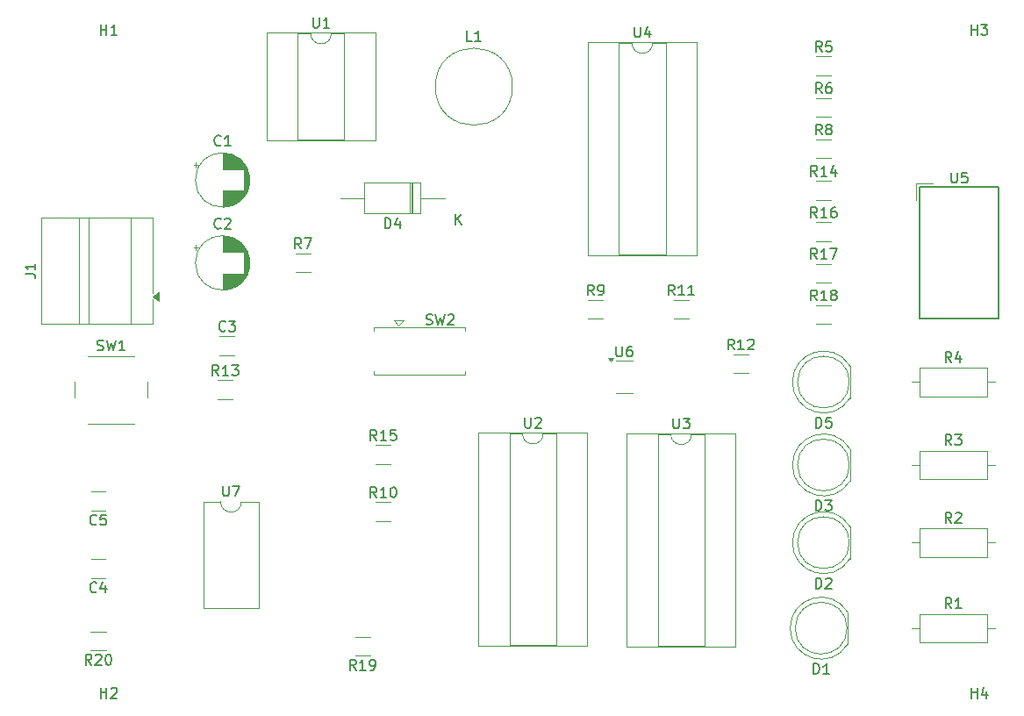
<source format=gbr>
%TF.GenerationSoftware,KiCad,Pcbnew,9.0.3*%
%TF.CreationDate,2025-12-16T09:58:40+01:00*%
%TF.ProjectId,PTP_Josip_Bosnic_Project1,5054505f-4a6f-4736-9970-5f426f736e69,rev?*%
%TF.SameCoordinates,Original*%
%TF.FileFunction,Legend,Top*%
%TF.FilePolarity,Positive*%
%FSLAX46Y46*%
G04 Gerber Fmt 4.6, Leading zero omitted, Abs format (unit mm)*
G04 Created by KiCad (PCBNEW 9.0.3) date 2025-12-16 09:58:40*
%MOMM*%
%LPD*%
G01*
G04 APERTURE LIST*
%ADD10C,0.150000*%
%ADD11C,0.120000*%
G04 APERTURE END LIST*
D10*
X176241905Y-100414819D02*
X176241905Y-99414819D01*
X176241905Y-99414819D02*
X176480000Y-99414819D01*
X176480000Y-99414819D02*
X176622857Y-99462438D01*
X176622857Y-99462438D02*
X176718095Y-99557676D01*
X176718095Y-99557676D02*
X176765714Y-99652914D01*
X176765714Y-99652914D02*
X176813333Y-99843390D01*
X176813333Y-99843390D02*
X176813333Y-99986247D01*
X176813333Y-99986247D02*
X176765714Y-100176723D01*
X176765714Y-100176723D02*
X176718095Y-100271961D01*
X176718095Y-100271961D02*
X176622857Y-100367200D01*
X176622857Y-100367200D02*
X176480000Y-100414819D01*
X176480000Y-100414819D02*
X176241905Y-100414819D01*
X177194286Y-99510057D02*
X177241905Y-99462438D01*
X177241905Y-99462438D02*
X177337143Y-99414819D01*
X177337143Y-99414819D02*
X177575238Y-99414819D01*
X177575238Y-99414819D02*
X177670476Y-99462438D01*
X177670476Y-99462438D02*
X177718095Y-99510057D01*
X177718095Y-99510057D02*
X177765714Y-99605295D01*
X177765714Y-99605295D02*
X177765714Y-99700533D01*
X177765714Y-99700533D02*
X177718095Y-99843390D01*
X177718095Y-99843390D02*
X177146667Y-100414819D01*
X177146667Y-100414819D02*
X177765714Y-100414819D01*
X189333333Y-102334819D02*
X189000000Y-101858628D01*
X188761905Y-102334819D02*
X188761905Y-101334819D01*
X188761905Y-101334819D02*
X189142857Y-101334819D01*
X189142857Y-101334819D02*
X189238095Y-101382438D01*
X189238095Y-101382438D02*
X189285714Y-101430057D01*
X189285714Y-101430057D02*
X189333333Y-101525295D01*
X189333333Y-101525295D02*
X189333333Y-101668152D01*
X189333333Y-101668152D02*
X189285714Y-101763390D01*
X189285714Y-101763390D02*
X189238095Y-101811009D01*
X189238095Y-101811009D02*
X189142857Y-101858628D01*
X189142857Y-101858628D02*
X188761905Y-101858628D01*
X190285714Y-102334819D02*
X189714286Y-102334819D01*
X190000000Y-102334819D02*
X190000000Y-101334819D01*
X190000000Y-101334819D02*
X189904762Y-101477676D01*
X189904762Y-101477676D02*
X189809524Y-101572914D01*
X189809524Y-101572914D02*
X189714286Y-101620533D01*
X189333333Y-86584819D02*
X189000000Y-86108628D01*
X188761905Y-86584819D02*
X188761905Y-85584819D01*
X188761905Y-85584819D02*
X189142857Y-85584819D01*
X189142857Y-85584819D02*
X189238095Y-85632438D01*
X189238095Y-85632438D02*
X189285714Y-85680057D01*
X189285714Y-85680057D02*
X189333333Y-85775295D01*
X189333333Y-85775295D02*
X189333333Y-85918152D01*
X189333333Y-85918152D02*
X189285714Y-86013390D01*
X189285714Y-86013390D02*
X189238095Y-86061009D01*
X189238095Y-86061009D02*
X189142857Y-86108628D01*
X189142857Y-86108628D02*
X188761905Y-86108628D01*
X189666667Y-85584819D02*
X190285714Y-85584819D01*
X190285714Y-85584819D02*
X189952381Y-85965771D01*
X189952381Y-85965771D02*
X190095238Y-85965771D01*
X190095238Y-85965771D02*
X190190476Y-86013390D01*
X190190476Y-86013390D02*
X190238095Y-86061009D01*
X190238095Y-86061009D02*
X190285714Y-86156247D01*
X190285714Y-86156247D02*
X190285714Y-86394342D01*
X190285714Y-86394342D02*
X190238095Y-86489580D01*
X190238095Y-86489580D02*
X190190476Y-86537200D01*
X190190476Y-86537200D02*
X190095238Y-86584819D01*
X190095238Y-86584819D02*
X189809524Y-86584819D01*
X189809524Y-86584819D02*
X189714286Y-86537200D01*
X189714286Y-86537200D02*
X189666667Y-86489580D01*
X176357142Y-72624819D02*
X176023809Y-72148628D01*
X175785714Y-72624819D02*
X175785714Y-71624819D01*
X175785714Y-71624819D02*
X176166666Y-71624819D01*
X176166666Y-71624819D02*
X176261904Y-71672438D01*
X176261904Y-71672438D02*
X176309523Y-71720057D01*
X176309523Y-71720057D02*
X176357142Y-71815295D01*
X176357142Y-71815295D02*
X176357142Y-71958152D01*
X176357142Y-71958152D02*
X176309523Y-72053390D01*
X176309523Y-72053390D02*
X176261904Y-72101009D01*
X176261904Y-72101009D02*
X176166666Y-72148628D01*
X176166666Y-72148628D02*
X175785714Y-72148628D01*
X177309523Y-72624819D02*
X176738095Y-72624819D01*
X177023809Y-72624819D02*
X177023809Y-71624819D01*
X177023809Y-71624819D02*
X176928571Y-71767676D01*
X176928571Y-71767676D02*
X176833333Y-71862914D01*
X176833333Y-71862914D02*
X176738095Y-71910533D01*
X177880952Y-72053390D02*
X177785714Y-72005771D01*
X177785714Y-72005771D02*
X177738095Y-71958152D01*
X177738095Y-71958152D02*
X177690476Y-71862914D01*
X177690476Y-71862914D02*
X177690476Y-71815295D01*
X177690476Y-71815295D02*
X177738095Y-71720057D01*
X177738095Y-71720057D02*
X177785714Y-71672438D01*
X177785714Y-71672438D02*
X177880952Y-71624819D01*
X177880952Y-71624819D02*
X178071428Y-71624819D01*
X178071428Y-71624819D02*
X178166666Y-71672438D01*
X178166666Y-71672438D02*
X178214285Y-71720057D01*
X178214285Y-71720057D02*
X178261904Y-71815295D01*
X178261904Y-71815295D02*
X178261904Y-71862914D01*
X178261904Y-71862914D02*
X178214285Y-71958152D01*
X178214285Y-71958152D02*
X178166666Y-72005771D01*
X178166666Y-72005771D02*
X178071428Y-72053390D01*
X178071428Y-72053390D02*
X177880952Y-72053390D01*
X177880952Y-72053390D02*
X177785714Y-72101009D01*
X177785714Y-72101009D02*
X177738095Y-72148628D01*
X177738095Y-72148628D02*
X177690476Y-72243866D01*
X177690476Y-72243866D02*
X177690476Y-72434342D01*
X177690476Y-72434342D02*
X177738095Y-72529580D01*
X177738095Y-72529580D02*
X177785714Y-72577200D01*
X177785714Y-72577200D02*
X177880952Y-72624819D01*
X177880952Y-72624819D02*
X178071428Y-72624819D01*
X178071428Y-72624819D02*
X178166666Y-72577200D01*
X178166666Y-72577200D02*
X178214285Y-72529580D01*
X178214285Y-72529580D02*
X178261904Y-72434342D01*
X178261904Y-72434342D02*
X178261904Y-72243866D01*
X178261904Y-72243866D02*
X178214285Y-72148628D01*
X178214285Y-72148628D02*
X178166666Y-72101009D01*
X178166666Y-72101009D02*
X178071428Y-72053390D01*
X118607142Y-79874819D02*
X118273809Y-79398628D01*
X118035714Y-79874819D02*
X118035714Y-78874819D01*
X118035714Y-78874819D02*
X118416666Y-78874819D01*
X118416666Y-78874819D02*
X118511904Y-78922438D01*
X118511904Y-78922438D02*
X118559523Y-78970057D01*
X118559523Y-78970057D02*
X118607142Y-79065295D01*
X118607142Y-79065295D02*
X118607142Y-79208152D01*
X118607142Y-79208152D02*
X118559523Y-79303390D01*
X118559523Y-79303390D02*
X118511904Y-79351009D01*
X118511904Y-79351009D02*
X118416666Y-79398628D01*
X118416666Y-79398628D02*
X118035714Y-79398628D01*
X119559523Y-79874819D02*
X118988095Y-79874819D01*
X119273809Y-79874819D02*
X119273809Y-78874819D01*
X119273809Y-78874819D02*
X119178571Y-79017676D01*
X119178571Y-79017676D02*
X119083333Y-79112914D01*
X119083333Y-79112914D02*
X118988095Y-79160533D01*
X119892857Y-78874819D02*
X120511904Y-78874819D01*
X120511904Y-78874819D02*
X120178571Y-79255771D01*
X120178571Y-79255771D02*
X120321428Y-79255771D01*
X120321428Y-79255771D02*
X120416666Y-79303390D01*
X120416666Y-79303390D02*
X120464285Y-79351009D01*
X120464285Y-79351009D02*
X120511904Y-79446247D01*
X120511904Y-79446247D02*
X120511904Y-79684342D01*
X120511904Y-79684342D02*
X120464285Y-79779580D01*
X120464285Y-79779580D02*
X120416666Y-79827200D01*
X120416666Y-79827200D02*
X120321428Y-79874819D01*
X120321428Y-79874819D02*
X120035714Y-79874819D01*
X120035714Y-79874819D02*
X119940476Y-79827200D01*
X119940476Y-79827200D02*
X119892857Y-79779580D01*
X176016905Y-108664819D02*
X176016905Y-107664819D01*
X176016905Y-107664819D02*
X176255000Y-107664819D01*
X176255000Y-107664819D02*
X176397857Y-107712438D01*
X176397857Y-107712438D02*
X176493095Y-107807676D01*
X176493095Y-107807676D02*
X176540714Y-107902914D01*
X176540714Y-107902914D02*
X176588333Y-108093390D01*
X176588333Y-108093390D02*
X176588333Y-108236247D01*
X176588333Y-108236247D02*
X176540714Y-108426723D01*
X176540714Y-108426723D02*
X176493095Y-108521961D01*
X176493095Y-108521961D02*
X176397857Y-108617200D01*
X176397857Y-108617200D02*
X176255000Y-108664819D01*
X176255000Y-108664819D02*
X176016905Y-108664819D01*
X177540714Y-108664819D02*
X176969286Y-108664819D01*
X177255000Y-108664819D02*
X177255000Y-107664819D01*
X177255000Y-107664819D02*
X177159762Y-107807676D01*
X177159762Y-107807676D02*
X177064524Y-107902914D01*
X177064524Y-107902914D02*
X176969286Y-107950533D01*
X176241905Y-84914819D02*
X176241905Y-83914819D01*
X176241905Y-83914819D02*
X176480000Y-83914819D01*
X176480000Y-83914819D02*
X176622857Y-83962438D01*
X176622857Y-83962438D02*
X176718095Y-84057676D01*
X176718095Y-84057676D02*
X176765714Y-84152914D01*
X176765714Y-84152914D02*
X176813333Y-84343390D01*
X176813333Y-84343390D02*
X176813333Y-84486247D01*
X176813333Y-84486247D02*
X176765714Y-84676723D01*
X176765714Y-84676723D02*
X176718095Y-84771961D01*
X176718095Y-84771961D02*
X176622857Y-84867200D01*
X176622857Y-84867200D02*
X176480000Y-84914819D01*
X176480000Y-84914819D02*
X176241905Y-84914819D01*
X177718095Y-83914819D02*
X177241905Y-83914819D01*
X177241905Y-83914819D02*
X177194286Y-84391009D01*
X177194286Y-84391009D02*
X177241905Y-84343390D01*
X177241905Y-84343390D02*
X177337143Y-84295771D01*
X177337143Y-84295771D02*
X177575238Y-84295771D01*
X177575238Y-84295771D02*
X177670476Y-84343390D01*
X177670476Y-84343390D02*
X177718095Y-84391009D01*
X177718095Y-84391009D02*
X177765714Y-84486247D01*
X177765714Y-84486247D02*
X177765714Y-84724342D01*
X177765714Y-84724342D02*
X177718095Y-84819580D01*
X177718095Y-84819580D02*
X177670476Y-84867200D01*
X177670476Y-84867200D02*
X177575238Y-84914819D01*
X177575238Y-84914819D02*
X177337143Y-84914819D01*
X177337143Y-84914819D02*
X177241905Y-84867200D01*
X177241905Y-84867200D02*
X177194286Y-84819580D01*
X107238095Y-47004819D02*
X107238095Y-46004819D01*
X107238095Y-46481009D02*
X107809523Y-46481009D01*
X107809523Y-47004819D02*
X107809523Y-46004819D01*
X108809523Y-47004819D02*
X108238095Y-47004819D01*
X108523809Y-47004819D02*
X108523809Y-46004819D01*
X108523809Y-46004819D02*
X108428571Y-46147676D01*
X108428571Y-46147676D02*
X108333333Y-46242914D01*
X108333333Y-46242914D02*
X108238095Y-46290533D01*
X189333333Y-78584819D02*
X189000000Y-78108628D01*
X188761905Y-78584819D02*
X188761905Y-77584819D01*
X188761905Y-77584819D02*
X189142857Y-77584819D01*
X189142857Y-77584819D02*
X189238095Y-77632438D01*
X189238095Y-77632438D02*
X189285714Y-77680057D01*
X189285714Y-77680057D02*
X189333333Y-77775295D01*
X189333333Y-77775295D02*
X189333333Y-77918152D01*
X189333333Y-77918152D02*
X189285714Y-78013390D01*
X189285714Y-78013390D02*
X189238095Y-78061009D01*
X189238095Y-78061009D02*
X189142857Y-78108628D01*
X189142857Y-78108628D02*
X188761905Y-78108628D01*
X190190476Y-77918152D02*
X190190476Y-78584819D01*
X189952381Y-77537200D02*
X189714286Y-78251485D01*
X189714286Y-78251485D02*
X190333333Y-78251485D01*
X126583333Y-67624819D02*
X126250000Y-67148628D01*
X126011905Y-67624819D02*
X126011905Y-66624819D01*
X126011905Y-66624819D02*
X126392857Y-66624819D01*
X126392857Y-66624819D02*
X126488095Y-66672438D01*
X126488095Y-66672438D02*
X126535714Y-66720057D01*
X126535714Y-66720057D02*
X126583333Y-66815295D01*
X126583333Y-66815295D02*
X126583333Y-66958152D01*
X126583333Y-66958152D02*
X126535714Y-67053390D01*
X126535714Y-67053390D02*
X126488095Y-67101009D01*
X126488095Y-67101009D02*
X126392857Y-67148628D01*
X126392857Y-67148628D02*
X126011905Y-67148628D01*
X126916667Y-66624819D02*
X127583333Y-66624819D01*
X127583333Y-66624819D02*
X127154762Y-67624819D01*
X138656667Y-74917200D02*
X138799524Y-74964819D01*
X138799524Y-74964819D02*
X139037619Y-74964819D01*
X139037619Y-74964819D02*
X139132857Y-74917200D01*
X139132857Y-74917200D02*
X139180476Y-74869580D01*
X139180476Y-74869580D02*
X139228095Y-74774342D01*
X139228095Y-74774342D02*
X139228095Y-74679104D01*
X139228095Y-74679104D02*
X139180476Y-74583866D01*
X139180476Y-74583866D02*
X139132857Y-74536247D01*
X139132857Y-74536247D02*
X139037619Y-74488628D01*
X139037619Y-74488628D02*
X138847143Y-74441009D01*
X138847143Y-74441009D02*
X138751905Y-74393390D01*
X138751905Y-74393390D02*
X138704286Y-74345771D01*
X138704286Y-74345771D02*
X138656667Y-74250533D01*
X138656667Y-74250533D02*
X138656667Y-74155295D01*
X138656667Y-74155295D02*
X138704286Y-74060057D01*
X138704286Y-74060057D02*
X138751905Y-74012438D01*
X138751905Y-74012438D02*
X138847143Y-73964819D01*
X138847143Y-73964819D02*
X139085238Y-73964819D01*
X139085238Y-73964819D02*
X139228095Y-74012438D01*
X139561429Y-73964819D02*
X139799524Y-74964819D01*
X139799524Y-74964819D02*
X139990000Y-74250533D01*
X139990000Y-74250533D02*
X140180476Y-74964819D01*
X140180476Y-74964819D02*
X140418572Y-73964819D01*
X140751905Y-74060057D02*
X140799524Y-74012438D01*
X140799524Y-74012438D02*
X140894762Y-73964819D01*
X140894762Y-73964819D02*
X141132857Y-73964819D01*
X141132857Y-73964819D02*
X141228095Y-74012438D01*
X141228095Y-74012438D02*
X141275714Y-74060057D01*
X141275714Y-74060057D02*
X141323333Y-74155295D01*
X141323333Y-74155295D02*
X141323333Y-74250533D01*
X141323333Y-74250533D02*
X141275714Y-74393390D01*
X141275714Y-74393390D02*
X140704286Y-74964819D01*
X140704286Y-74964819D02*
X141323333Y-74964819D01*
X106916667Y-77407200D02*
X107059524Y-77454819D01*
X107059524Y-77454819D02*
X107297619Y-77454819D01*
X107297619Y-77454819D02*
X107392857Y-77407200D01*
X107392857Y-77407200D02*
X107440476Y-77359580D01*
X107440476Y-77359580D02*
X107488095Y-77264342D01*
X107488095Y-77264342D02*
X107488095Y-77169104D01*
X107488095Y-77169104D02*
X107440476Y-77073866D01*
X107440476Y-77073866D02*
X107392857Y-77026247D01*
X107392857Y-77026247D02*
X107297619Y-76978628D01*
X107297619Y-76978628D02*
X107107143Y-76931009D01*
X107107143Y-76931009D02*
X107011905Y-76883390D01*
X107011905Y-76883390D02*
X106964286Y-76835771D01*
X106964286Y-76835771D02*
X106916667Y-76740533D01*
X106916667Y-76740533D02*
X106916667Y-76645295D01*
X106916667Y-76645295D02*
X106964286Y-76550057D01*
X106964286Y-76550057D02*
X107011905Y-76502438D01*
X107011905Y-76502438D02*
X107107143Y-76454819D01*
X107107143Y-76454819D02*
X107345238Y-76454819D01*
X107345238Y-76454819D02*
X107488095Y-76502438D01*
X107821429Y-76454819D02*
X108059524Y-77454819D01*
X108059524Y-77454819D02*
X108250000Y-76740533D01*
X108250000Y-76740533D02*
X108440476Y-77454819D01*
X108440476Y-77454819D02*
X108678572Y-76454819D01*
X109583333Y-77454819D02*
X109011905Y-77454819D01*
X109297619Y-77454819D02*
X109297619Y-76454819D01*
X109297619Y-76454819D02*
X109202381Y-76597676D01*
X109202381Y-76597676D02*
X109107143Y-76692914D01*
X109107143Y-76692914D02*
X109011905Y-76740533D01*
X119270833Y-75509580D02*
X119223214Y-75557200D01*
X119223214Y-75557200D02*
X119080357Y-75604819D01*
X119080357Y-75604819D02*
X118985119Y-75604819D01*
X118985119Y-75604819D02*
X118842262Y-75557200D01*
X118842262Y-75557200D02*
X118747024Y-75461961D01*
X118747024Y-75461961D02*
X118699405Y-75366723D01*
X118699405Y-75366723D02*
X118651786Y-75176247D01*
X118651786Y-75176247D02*
X118651786Y-75033390D01*
X118651786Y-75033390D02*
X118699405Y-74842914D01*
X118699405Y-74842914D02*
X118747024Y-74747676D01*
X118747024Y-74747676D02*
X118842262Y-74652438D01*
X118842262Y-74652438D02*
X118985119Y-74604819D01*
X118985119Y-74604819D02*
X119080357Y-74604819D01*
X119080357Y-74604819D02*
X119223214Y-74652438D01*
X119223214Y-74652438D02*
X119270833Y-74700057D01*
X119604167Y-74604819D02*
X120223214Y-74604819D01*
X120223214Y-74604819D02*
X119889881Y-74985771D01*
X119889881Y-74985771D02*
X120032738Y-74985771D01*
X120032738Y-74985771D02*
X120127976Y-75033390D01*
X120127976Y-75033390D02*
X120175595Y-75081009D01*
X120175595Y-75081009D02*
X120223214Y-75176247D01*
X120223214Y-75176247D02*
X120223214Y-75414342D01*
X120223214Y-75414342D02*
X120175595Y-75509580D01*
X120175595Y-75509580D02*
X120127976Y-75557200D01*
X120127976Y-75557200D02*
X120032738Y-75604819D01*
X120032738Y-75604819D02*
X119747024Y-75604819D01*
X119747024Y-75604819D02*
X119651786Y-75557200D01*
X119651786Y-75557200D02*
X119604167Y-75509580D01*
X106357142Y-107784819D02*
X106023809Y-107308628D01*
X105785714Y-107784819D02*
X105785714Y-106784819D01*
X105785714Y-106784819D02*
X106166666Y-106784819D01*
X106166666Y-106784819D02*
X106261904Y-106832438D01*
X106261904Y-106832438D02*
X106309523Y-106880057D01*
X106309523Y-106880057D02*
X106357142Y-106975295D01*
X106357142Y-106975295D02*
X106357142Y-107118152D01*
X106357142Y-107118152D02*
X106309523Y-107213390D01*
X106309523Y-107213390D02*
X106261904Y-107261009D01*
X106261904Y-107261009D02*
X106166666Y-107308628D01*
X106166666Y-107308628D02*
X105785714Y-107308628D01*
X106738095Y-106880057D02*
X106785714Y-106832438D01*
X106785714Y-106832438D02*
X106880952Y-106784819D01*
X106880952Y-106784819D02*
X107119047Y-106784819D01*
X107119047Y-106784819D02*
X107214285Y-106832438D01*
X107214285Y-106832438D02*
X107261904Y-106880057D01*
X107261904Y-106880057D02*
X107309523Y-106975295D01*
X107309523Y-106975295D02*
X107309523Y-107070533D01*
X107309523Y-107070533D02*
X107261904Y-107213390D01*
X107261904Y-107213390D02*
X106690476Y-107784819D01*
X106690476Y-107784819D02*
X107309523Y-107784819D01*
X107928571Y-106784819D02*
X108023809Y-106784819D01*
X108023809Y-106784819D02*
X108119047Y-106832438D01*
X108119047Y-106832438D02*
X108166666Y-106880057D01*
X108166666Y-106880057D02*
X108214285Y-106975295D01*
X108214285Y-106975295D02*
X108261904Y-107165771D01*
X108261904Y-107165771D02*
X108261904Y-107403866D01*
X108261904Y-107403866D02*
X108214285Y-107594342D01*
X108214285Y-107594342D02*
X108166666Y-107689580D01*
X108166666Y-107689580D02*
X108119047Y-107737200D01*
X108119047Y-107737200D02*
X108023809Y-107784819D01*
X108023809Y-107784819D02*
X107928571Y-107784819D01*
X107928571Y-107784819D02*
X107833333Y-107737200D01*
X107833333Y-107737200D02*
X107785714Y-107689580D01*
X107785714Y-107689580D02*
X107738095Y-107594342D01*
X107738095Y-107594342D02*
X107690476Y-107403866D01*
X107690476Y-107403866D02*
X107690476Y-107165771D01*
X107690476Y-107165771D02*
X107738095Y-106975295D01*
X107738095Y-106975295D02*
X107785714Y-106880057D01*
X107785714Y-106880057D02*
X107833333Y-106832438D01*
X107833333Y-106832438D02*
X107928571Y-106784819D01*
X191238095Y-47004819D02*
X191238095Y-46004819D01*
X191238095Y-46481009D02*
X191809523Y-46481009D01*
X191809523Y-47004819D02*
X191809523Y-46004819D01*
X192190476Y-46004819D02*
X192809523Y-46004819D01*
X192809523Y-46004819D02*
X192476190Y-46385771D01*
X192476190Y-46385771D02*
X192619047Y-46385771D01*
X192619047Y-46385771D02*
X192714285Y-46433390D01*
X192714285Y-46433390D02*
X192761904Y-46481009D01*
X192761904Y-46481009D02*
X192809523Y-46576247D01*
X192809523Y-46576247D02*
X192809523Y-46814342D01*
X192809523Y-46814342D02*
X192761904Y-46909580D01*
X192761904Y-46909580D02*
X192714285Y-46957200D01*
X192714285Y-46957200D02*
X192619047Y-47004819D01*
X192619047Y-47004819D02*
X192333333Y-47004819D01*
X192333333Y-47004819D02*
X192238095Y-46957200D01*
X192238095Y-46957200D02*
X192190476Y-46909580D01*
X143083333Y-47604819D02*
X142607143Y-47604819D01*
X142607143Y-47604819D02*
X142607143Y-46604819D01*
X143940476Y-47604819D02*
X143369048Y-47604819D01*
X143654762Y-47604819D02*
X143654762Y-46604819D01*
X143654762Y-46604819D02*
X143559524Y-46747676D01*
X143559524Y-46747676D02*
X143464286Y-46842914D01*
X143464286Y-46842914D02*
X143369048Y-46890533D01*
X106833333Y-100709580D02*
X106785714Y-100757200D01*
X106785714Y-100757200D02*
X106642857Y-100804819D01*
X106642857Y-100804819D02*
X106547619Y-100804819D01*
X106547619Y-100804819D02*
X106404762Y-100757200D01*
X106404762Y-100757200D02*
X106309524Y-100661961D01*
X106309524Y-100661961D02*
X106261905Y-100566723D01*
X106261905Y-100566723D02*
X106214286Y-100376247D01*
X106214286Y-100376247D02*
X106214286Y-100233390D01*
X106214286Y-100233390D02*
X106261905Y-100042914D01*
X106261905Y-100042914D02*
X106309524Y-99947676D01*
X106309524Y-99947676D02*
X106404762Y-99852438D01*
X106404762Y-99852438D02*
X106547619Y-99804819D01*
X106547619Y-99804819D02*
X106642857Y-99804819D01*
X106642857Y-99804819D02*
X106785714Y-99852438D01*
X106785714Y-99852438D02*
X106833333Y-99900057D01*
X107690476Y-100138152D02*
X107690476Y-100804819D01*
X107452381Y-99757200D02*
X107214286Y-100471485D01*
X107214286Y-100471485D02*
X107833333Y-100471485D01*
X191238095Y-111004819D02*
X191238095Y-110004819D01*
X191238095Y-110481009D02*
X191809523Y-110481009D01*
X191809523Y-111004819D02*
X191809523Y-110004819D01*
X192714285Y-110338152D02*
X192714285Y-111004819D01*
X192476190Y-109957200D02*
X192238095Y-110671485D01*
X192238095Y-110671485D02*
X192857142Y-110671485D01*
X154833333Y-72124819D02*
X154500000Y-71648628D01*
X154261905Y-72124819D02*
X154261905Y-71124819D01*
X154261905Y-71124819D02*
X154642857Y-71124819D01*
X154642857Y-71124819D02*
X154738095Y-71172438D01*
X154738095Y-71172438D02*
X154785714Y-71220057D01*
X154785714Y-71220057D02*
X154833333Y-71315295D01*
X154833333Y-71315295D02*
X154833333Y-71458152D01*
X154833333Y-71458152D02*
X154785714Y-71553390D01*
X154785714Y-71553390D02*
X154738095Y-71601009D01*
X154738095Y-71601009D02*
X154642857Y-71648628D01*
X154642857Y-71648628D02*
X154261905Y-71648628D01*
X155309524Y-72124819D02*
X155500000Y-72124819D01*
X155500000Y-72124819D02*
X155595238Y-72077200D01*
X155595238Y-72077200D02*
X155642857Y-72029580D01*
X155642857Y-72029580D02*
X155738095Y-71886723D01*
X155738095Y-71886723D02*
X155785714Y-71696247D01*
X155785714Y-71696247D02*
X155785714Y-71315295D01*
X155785714Y-71315295D02*
X155738095Y-71220057D01*
X155738095Y-71220057D02*
X155690476Y-71172438D01*
X155690476Y-71172438D02*
X155595238Y-71124819D01*
X155595238Y-71124819D02*
X155404762Y-71124819D01*
X155404762Y-71124819D02*
X155309524Y-71172438D01*
X155309524Y-71172438D02*
X155261905Y-71220057D01*
X155261905Y-71220057D02*
X155214286Y-71315295D01*
X155214286Y-71315295D02*
X155214286Y-71553390D01*
X155214286Y-71553390D02*
X155261905Y-71648628D01*
X155261905Y-71648628D02*
X155309524Y-71696247D01*
X155309524Y-71696247D02*
X155404762Y-71743866D01*
X155404762Y-71743866D02*
X155595238Y-71743866D01*
X155595238Y-71743866D02*
X155690476Y-71696247D01*
X155690476Y-71696247D02*
X155738095Y-71648628D01*
X155738095Y-71648628D02*
X155785714Y-71553390D01*
X176357142Y-60624819D02*
X176023809Y-60148628D01*
X175785714Y-60624819D02*
X175785714Y-59624819D01*
X175785714Y-59624819D02*
X176166666Y-59624819D01*
X176166666Y-59624819D02*
X176261904Y-59672438D01*
X176261904Y-59672438D02*
X176309523Y-59720057D01*
X176309523Y-59720057D02*
X176357142Y-59815295D01*
X176357142Y-59815295D02*
X176357142Y-59958152D01*
X176357142Y-59958152D02*
X176309523Y-60053390D01*
X176309523Y-60053390D02*
X176261904Y-60101009D01*
X176261904Y-60101009D02*
X176166666Y-60148628D01*
X176166666Y-60148628D02*
X175785714Y-60148628D01*
X177309523Y-60624819D02*
X176738095Y-60624819D01*
X177023809Y-60624819D02*
X177023809Y-59624819D01*
X177023809Y-59624819D02*
X176928571Y-59767676D01*
X176928571Y-59767676D02*
X176833333Y-59862914D01*
X176833333Y-59862914D02*
X176738095Y-59910533D01*
X178166666Y-59958152D02*
X178166666Y-60624819D01*
X177928571Y-59577200D02*
X177690476Y-60291485D01*
X177690476Y-60291485D02*
X178309523Y-60291485D01*
X162607142Y-72124819D02*
X162273809Y-71648628D01*
X162035714Y-72124819D02*
X162035714Y-71124819D01*
X162035714Y-71124819D02*
X162416666Y-71124819D01*
X162416666Y-71124819D02*
X162511904Y-71172438D01*
X162511904Y-71172438D02*
X162559523Y-71220057D01*
X162559523Y-71220057D02*
X162607142Y-71315295D01*
X162607142Y-71315295D02*
X162607142Y-71458152D01*
X162607142Y-71458152D02*
X162559523Y-71553390D01*
X162559523Y-71553390D02*
X162511904Y-71601009D01*
X162511904Y-71601009D02*
X162416666Y-71648628D01*
X162416666Y-71648628D02*
X162035714Y-71648628D01*
X163559523Y-72124819D02*
X162988095Y-72124819D01*
X163273809Y-72124819D02*
X163273809Y-71124819D01*
X163273809Y-71124819D02*
X163178571Y-71267676D01*
X163178571Y-71267676D02*
X163083333Y-71362914D01*
X163083333Y-71362914D02*
X162988095Y-71410533D01*
X164511904Y-72124819D02*
X163940476Y-72124819D01*
X164226190Y-72124819D02*
X164226190Y-71124819D01*
X164226190Y-71124819D02*
X164130952Y-71267676D01*
X164130952Y-71267676D02*
X164035714Y-71362914D01*
X164035714Y-71362914D02*
X163940476Y-71410533D01*
X133857142Y-91624819D02*
X133523809Y-91148628D01*
X133285714Y-91624819D02*
X133285714Y-90624819D01*
X133285714Y-90624819D02*
X133666666Y-90624819D01*
X133666666Y-90624819D02*
X133761904Y-90672438D01*
X133761904Y-90672438D02*
X133809523Y-90720057D01*
X133809523Y-90720057D02*
X133857142Y-90815295D01*
X133857142Y-90815295D02*
X133857142Y-90958152D01*
X133857142Y-90958152D02*
X133809523Y-91053390D01*
X133809523Y-91053390D02*
X133761904Y-91101009D01*
X133761904Y-91101009D02*
X133666666Y-91148628D01*
X133666666Y-91148628D02*
X133285714Y-91148628D01*
X134809523Y-91624819D02*
X134238095Y-91624819D01*
X134523809Y-91624819D02*
X134523809Y-90624819D01*
X134523809Y-90624819D02*
X134428571Y-90767676D01*
X134428571Y-90767676D02*
X134333333Y-90862914D01*
X134333333Y-90862914D02*
X134238095Y-90910533D01*
X135428571Y-90624819D02*
X135523809Y-90624819D01*
X135523809Y-90624819D02*
X135619047Y-90672438D01*
X135619047Y-90672438D02*
X135666666Y-90720057D01*
X135666666Y-90720057D02*
X135714285Y-90815295D01*
X135714285Y-90815295D02*
X135761904Y-91005771D01*
X135761904Y-91005771D02*
X135761904Y-91243866D01*
X135761904Y-91243866D02*
X135714285Y-91434342D01*
X135714285Y-91434342D02*
X135666666Y-91529580D01*
X135666666Y-91529580D02*
X135619047Y-91577200D01*
X135619047Y-91577200D02*
X135523809Y-91624819D01*
X135523809Y-91624819D02*
X135428571Y-91624819D01*
X135428571Y-91624819D02*
X135333333Y-91577200D01*
X135333333Y-91577200D02*
X135285714Y-91529580D01*
X135285714Y-91529580D02*
X135238095Y-91434342D01*
X135238095Y-91434342D02*
X135190476Y-91243866D01*
X135190476Y-91243866D02*
X135190476Y-91005771D01*
X135190476Y-91005771D02*
X135238095Y-90815295D01*
X135238095Y-90815295D02*
X135285714Y-90720057D01*
X135285714Y-90720057D02*
X135333333Y-90672438D01*
X135333333Y-90672438D02*
X135428571Y-90624819D01*
X176833333Y-48624819D02*
X176500000Y-48148628D01*
X176261905Y-48624819D02*
X176261905Y-47624819D01*
X176261905Y-47624819D02*
X176642857Y-47624819D01*
X176642857Y-47624819D02*
X176738095Y-47672438D01*
X176738095Y-47672438D02*
X176785714Y-47720057D01*
X176785714Y-47720057D02*
X176833333Y-47815295D01*
X176833333Y-47815295D02*
X176833333Y-47958152D01*
X176833333Y-47958152D02*
X176785714Y-48053390D01*
X176785714Y-48053390D02*
X176738095Y-48101009D01*
X176738095Y-48101009D02*
X176642857Y-48148628D01*
X176642857Y-48148628D02*
X176261905Y-48148628D01*
X177738095Y-47624819D02*
X177261905Y-47624819D01*
X177261905Y-47624819D02*
X177214286Y-48101009D01*
X177214286Y-48101009D02*
X177261905Y-48053390D01*
X177261905Y-48053390D02*
X177357143Y-48005771D01*
X177357143Y-48005771D02*
X177595238Y-48005771D01*
X177595238Y-48005771D02*
X177690476Y-48053390D01*
X177690476Y-48053390D02*
X177738095Y-48101009D01*
X177738095Y-48101009D02*
X177785714Y-48196247D01*
X177785714Y-48196247D02*
X177785714Y-48434342D01*
X177785714Y-48434342D02*
X177738095Y-48529580D01*
X177738095Y-48529580D02*
X177690476Y-48577200D01*
X177690476Y-48577200D02*
X177595238Y-48624819D01*
X177595238Y-48624819D02*
X177357143Y-48624819D01*
X177357143Y-48624819D02*
X177261905Y-48577200D01*
X177261905Y-48577200D02*
X177214286Y-48529580D01*
X158738095Y-46234819D02*
X158738095Y-47044342D01*
X158738095Y-47044342D02*
X158785714Y-47139580D01*
X158785714Y-47139580D02*
X158833333Y-47187200D01*
X158833333Y-47187200D02*
X158928571Y-47234819D01*
X158928571Y-47234819D02*
X159119047Y-47234819D01*
X159119047Y-47234819D02*
X159214285Y-47187200D01*
X159214285Y-47187200D02*
X159261904Y-47139580D01*
X159261904Y-47139580D02*
X159309523Y-47044342D01*
X159309523Y-47044342D02*
X159309523Y-46234819D01*
X160214285Y-46568152D02*
X160214285Y-47234819D01*
X159976190Y-46187200D02*
X159738095Y-46901485D01*
X159738095Y-46901485D02*
X160357142Y-46901485D01*
X107238095Y-111004819D02*
X107238095Y-110004819D01*
X107238095Y-110481009D02*
X107809523Y-110481009D01*
X107809523Y-111004819D02*
X107809523Y-110004819D01*
X108238095Y-110100057D02*
X108285714Y-110052438D01*
X108285714Y-110052438D02*
X108380952Y-110004819D01*
X108380952Y-110004819D02*
X108619047Y-110004819D01*
X108619047Y-110004819D02*
X108714285Y-110052438D01*
X108714285Y-110052438D02*
X108761904Y-110100057D01*
X108761904Y-110100057D02*
X108809523Y-110195295D01*
X108809523Y-110195295D02*
X108809523Y-110290533D01*
X108809523Y-110290533D02*
X108761904Y-110433390D01*
X108761904Y-110433390D02*
X108190476Y-111004819D01*
X108190476Y-111004819D02*
X108809523Y-111004819D01*
X119048095Y-90504819D02*
X119048095Y-91314342D01*
X119048095Y-91314342D02*
X119095714Y-91409580D01*
X119095714Y-91409580D02*
X119143333Y-91457200D01*
X119143333Y-91457200D02*
X119238571Y-91504819D01*
X119238571Y-91504819D02*
X119429047Y-91504819D01*
X119429047Y-91504819D02*
X119524285Y-91457200D01*
X119524285Y-91457200D02*
X119571904Y-91409580D01*
X119571904Y-91409580D02*
X119619523Y-91314342D01*
X119619523Y-91314342D02*
X119619523Y-90504819D01*
X120000476Y-90504819D02*
X120667142Y-90504819D01*
X120667142Y-90504819D02*
X120238571Y-91504819D01*
X176357142Y-68624819D02*
X176023809Y-68148628D01*
X175785714Y-68624819D02*
X175785714Y-67624819D01*
X175785714Y-67624819D02*
X176166666Y-67624819D01*
X176166666Y-67624819D02*
X176261904Y-67672438D01*
X176261904Y-67672438D02*
X176309523Y-67720057D01*
X176309523Y-67720057D02*
X176357142Y-67815295D01*
X176357142Y-67815295D02*
X176357142Y-67958152D01*
X176357142Y-67958152D02*
X176309523Y-68053390D01*
X176309523Y-68053390D02*
X176261904Y-68101009D01*
X176261904Y-68101009D02*
X176166666Y-68148628D01*
X176166666Y-68148628D02*
X175785714Y-68148628D01*
X177309523Y-68624819D02*
X176738095Y-68624819D01*
X177023809Y-68624819D02*
X177023809Y-67624819D01*
X177023809Y-67624819D02*
X176928571Y-67767676D01*
X176928571Y-67767676D02*
X176833333Y-67862914D01*
X176833333Y-67862914D02*
X176738095Y-67910533D01*
X177642857Y-67624819D02*
X178309523Y-67624819D01*
X178309523Y-67624819D02*
X177880952Y-68624819D01*
X168357142Y-77374819D02*
X168023809Y-76898628D01*
X167785714Y-77374819D02*
X167785714Y-76374819D01*
X167785714Y-76374819D02*
X168166666Y-76374819D01*
X168166666Y-76374819D02*
X168261904Y-76422438D01*
X168261904Y-76422438D02*
X168309523Y-76470057D01*
X168309523Y-76470057D02*
X168357142Y-76565295D01*
X168357142Y-76565295D02*
X168357142Y-76708152D01*
X168357142Y-76708152D02*
X168309523Y-76803390D01*
X168309523Y-76803390D02*
X168261904Y-76851009D01*
X168261904Y-76851009D02*
X168166666Y-76898628D01*
X168166666Y-76898628D02*
X167785714Y-76898628D01*
X169309523Y-77374819D02*
X168738095Y-77374819D01*
X169023809Y-77374819D02*
X169023809Y-76374819D01*
X169023809Y-76374819D02*
X168928571Y-76517676D01*
X168928571Y-76517676D02*
X168833333Y-76612914D01*
X168833333Y-76612914D02*
X168738095Y-76660533D01*
X169690476Y-76470057D02*
X169738095Y-76422438D01*
X169738095Y-76422438D02*
X169833333Y-76374819D01*
X169833333Y-76374819D02*
X170071428Y-76374819D01*
X170071428Y-76374819D02*
X170166666Y-76422438D01*
X170166666Y-76422438D02*
X170214285Y-76470057D01*
X170214285Y-76470057D02*
X170261904Y-76565295D01*
X170261904Y-76565295D02*
X170261904Y-76660533D01*
X170261904Y-76660533D02*
X170214285Y-76803390D01*
X170214285Y-76803390D02*
X169642857Y-77374819D01*
X169642857Y-77374819D02*
X170261904Y-77374819D01*
X176357142Y-64624819D02*
X176023809Y-64148628D01*
X175785714Y-64624819D02*
X175785714Y-63624819D01*
X175785714Y-63624819D02*
X176166666Y-63624819D01*
X176166666Y-63624819D02*
X176261904Y-63672438D01*
X176261904Y-63672438D02*
X176309523Y-63720057D01*
X176309523Y-63720057D02*
X176357142Y-63815295D01*
X176357142Y-63815295D02*
X176357142Y-63958152D01*
X176357142Y-63958152D02*
X176309523Y-64053390D01*
X176309523Y-64053390D02*
X176261904Y-64101009D01*
X176261904Y-64101009D02*
X176166666Y-64148628D01*
X176166666Y-64148628D02*
X175785714Y-64148628D01*
X177309523Y-64624819D02*
X176738095Y-64624819D01*
X177023809Y-64624819D02*
X177023809Y-63624819D01*
X177023809Y-63624819D02*
X176928571Y-63767676D01*
X176928571Y-63767676D02*
X176833333Y-63862914D01*
X176833333Y-63862914D02*
X176738095Y-63910533D01*
X178166666Y-63624819D02*
X177976190Y-63624819D01*
X177976190Y-63624819D02*
X177880952Y-63672438D01*
X177880952Y-63672438D02*
X177833333Y-63720057D01*
X177833333Y-63720057D02*
X177738095Y-63862914D01*
X177738095Y-63862914D02*
X177690476Y-64053390D01*
X177690476Y-64053390D02*
X177690476Y-64434342D01*
X177690476Y-64434342D02*
X177738095Y-64529580D01*
X177738095Y-64529580D02*
X177785714Y-64577200D01*
X177785714Y-64577200D02*
X177880952Y-64624819D01*
X177880952Y-64624819D02*
X178071428Y-64624819D01*
X178071428Y-64624819D02*
X178166666Y-64577200D01*
X178166666Y-64577200D02*
X178214285Y-64529580D01*
X178214285Y-64529580D02*
X178261904Y-64434342D01*
X178261904Y-64434342D02*
X178261904Y-64196247D01*
X178261904Y-64196247D02*
X178214285Y-64101009D01*
X178214285Y-64101009D02*
X178166666Y-64053390D01*
X178166666Y-64053390D02*
X178071428Y-64005771D01*
X178071428Y-64005771D02*
X177880952Y-64005771D01*
X177880952Y-64005771D02*
X177785714Y-64053390D01*
X177785714Y-64053390D02*
X177738095Y-64101009D01*
X177738095Y-64101009D02*
X177690476Y-64196247D01*
X133857142Y-86124819D02*
X133523809Y-85648628D01*
X133285714Y-86124819D02*
X133285714Y-85124819D01*
X133285714Y-85124819D02*
X133666666Y-85124819D01*
X133666666Y-85124819D02*
X133761904Y-85172438D01*
X133761904Y-85172438D02*
X133809523Y-85220057D01*
X133809523Y-85220057D02*
X133857142Y-85315295D01*
X133857142Y-85315295D02*
X133857142Y-85458152D01*
X133857142Y-85458152D02*
X133809523Y-85553390D01*
X133809523Y-85553390D02*
X133761904Y-85601009D01*
X133761904Y-85601009D02*
X133666666Y-85648628D01*
X133666666Y-85648628D02*
X133285714Y-85648628D01*
X134809523Y-86124819D02*
X134238095Y-86124819D01*
X134523809Y-86124819D02*
X134523809Y-85124819D01*
X134523809Y-85124819D02*
X134428571Y-85267676D01*
X134428571Y-85267676D02*
X134333333Y-85362914D01*
X134333333Y-85362914D02*
X134238095Y-85410533D01*
X135714285Y-85124819D02*
X135238095Y-85124819D01*
X135238095Y-85124819D02*
X135190476Y-85601009D01*
X135190476Y-85601009D02*
X135238095Y-85553390D01*
X135238095Y-85553390D02*
X135333333Y-85505771D01*
X135333333Y-85505771D02*
X135571428Y-85505771D01*
X135571428Y-85505771D02*
X135666666Y-85553390D01*
X135666666Y-85553390D02*
X135714285Y-85601009D01*
X135714285Y-85601009D02*
X135761904Y-85696247D01*
X135761904Y-85696247D02*
X135761904Y-85934342D01*
X135761904Y-85934342D02*
X135714285Y-86029580D01*
X135714285Y-86029580D02*
X135666666Y-86077200D01*
X135666666Y-86077200D02*
X135571428Y-86124819D01*
X135571428Y-86124819D02*
X135333333Y-86124819D01*
X135333333Y-86124819D02*
X135238095Y-86077200D01*
X135238095Y-86077200D02*
X135190476Y-86029580D01*
X176833333Y-56624819D02*
X176500000Y-56148628D01*
X176261905Y-56624819D02*
X176261905Y-55624819D01*
X176261905Y-55624819D02*
X176642857Y-55624819D01*
X176642857Y-55624819D02*
X176738095Y-55672438D01*
X176738095Y-55672438D02*
X176785714Y-55720057D01*
X176785714Y-55720057D02*
X176833333Y-55815295D01*
X176833333Y-55815295D02*
X176833333Y-55958152D01*
X176833333Y-55958152D02*
X176785714Y-56053390D01*
X176785714Y-56053390D02*
X176738095Y-56101009D01*
X176738095Y-56101009D02*
X176642857Y-56148628D01*
X176642857Y-56148628D02*
X176261905Y-56148628D01*
X177404762Y-56053390D02*
X177309524Y-56005771D01*
X177309524Y-56005771D02*
X177261905Y-55958152D01*
X177261905Y-55958152D02*
X177214286Y-55862914D01*
X177214286Y-55862914D02*
X177214286Y-55815295D01*
X177214286Y-55815295D02*
X177261905Y-55720057D01*
X177261905Y-55720057D02*
X177309524Y-55672438D01*
X177309524Y-55672438D02*
X177404762Y-55624819D01*
X177404762Y-55624819D02*
X177595238Y-55624819D01*
X177595238Y-55624819D02*
X177690476Y-55672438D01*
X177690476Y-55672438D02*
X177738095Y-55720057D01*
X177738095Y-55720057D02*
X177785714Y-55815295D01*
X177785714Y-55815295D02*
X177785714Y-55862914D01*
X177785714Y-55862914D02*
X177738095Y-55958152D01*
X177738095Y-55958152D02*
X177690476Y-56005771D01*
X177690476Y-56005771D02*
X177595238Y-56053390D01*
X177595238Y-56053390D02*
X177404762Y-56053390D01*
X177404762Y-56053390D02*
X177309524Y-56101009D01*
X177309524Y-56101009D02*
X177261905Y-56148628D01*
X177261905Y-56148628D02*
X177214286Y-56243866D01*
X177214286Y-56243866D02*
X177214286Y-56434342D01*
X177214286Y-56434342D02*
X177261905Y-56529580D01*
X177261905Y-56529580D02*
X177309524Y-56577200D01*
X177309524Y-56577200D02*
X177404762Y-56624819D01*
X177404762Y-56624819D02*
X177595238Y-56624819D01*
X177595238Y-56624819D02*
X177690476Y-56577200D01*
X177690476Y-56577200D02*
X177738095Y-56529580D01*
X177738095Y-56529580D02*
X177785714Y-56434342D01*
X177785714Y-56434342D02*
X177785714Y-56243866D01*
X177785714Y-56243866D02*
X177738095Y-56148628D01*
X177738095Y-56148628D02*
X177690476Y-56101009D01*
X177690476Y-56101009D02*
X177595238Y-56053390D01*
X131857142Y-108284819D02*
X131523809Y-107808628D01*
X131285714Y-108284819D02*
X131285714Y-107284819D01*
X131285714Y-107284819D02*
X131666666Y-107284819D01*
X131666666Y-107284819D02*
X131761904Y-107332438D01*
X131761904Y-107332438D02*
X131809523Y-107380057D01*
X131809523Y-107380057D02*
X131857142Y-107475295D01*
X131857142Y-107475295D02*
X131857142Y-107618152D01*
X131857142Y-107618152D02*
X131809523Y-107713390D01*
X131809523Y-107713390D02*
X131761904Y-107761009D01*
X131761904Y-107761009D02*
X131666666Y-107808628D01*
X131666666Y-107808628D02*
X131285714Y-107808628D01*
X132809523Y-108284819D02*
X132238095Y-108284819D01*
X132523809Y-108284819D02*
X132523809Y-107284819D01*
X132523809Y-107284819D02*
X132428571Y-107427676D01*
X132428571Y-107427676D02*
X132333333Y-107522914D01*
X132333333Y-107522914D02*
X132238095Y-107570533D01*
X133285714Y-108284819D02*
X133476190Y-108284819D01*
X133476190Y-108284819D02*
X133571428Y-108237200D01*
X133571428Y-108237200D02*
X133619047Y-108189580D01*
X133619047Y-108189580D02*
X133714285Y-108046723D01*
X133714285Y-108046723D02*
X133761904Y-107856247D01*
X133761904Y-107856247D02*
X133761904Y-107475295D01*
X133761904Y-107475295D02*
X133714285Y-107380057D01*
X133714285Y-107380057D02*
X133666666Y-107332438D01*
X133666666Y-107332438D02*
X133571428Y-107284819D01*
X133571428Y-107284819D02*
X133380952Y-107284819D01*
X133380952Y-107284819D02*
X133285714Y-107332438D01*
X133285714Y-107332438D02*
X133238095Y-107380057D01*
X133238095Y-107380057D02*
X133190476Y-107475295D01*
X133190476Y-107475295D02*
X133190476Y-107713390D01*
X133190476Y-107713390D02*
X133238095Y-107808628D01*
X133238095Y-107808628D02*
X133285714Y-107856247D01*
X133285714Y-107856247D02*
X133380952Y-107903866D01*
X133380952Y-107903866D02*
X133571428Y-107903866D01*
X133571428Y-107903866D02*
X133666666Y-107856247D01*
X133666666Y-107856247D02*
X133714285Y-107808628D01*
X133714285Y-107808628D02*
X133761904Y-107713390D01*
X156988095Y-77054819D02*
X156988095Y-77864342D01*
X156988095Y-77864342D02*
X157035714Y-77959580D01*
X157035714Y-77959580D02*
X157083333Y-78007200D01*
X157083333Y-78007200D02*
X157178571Y-78054819D01*
X157178571Y-78054819D02*
X157369047Y-78054819D01*
X157369047Y-78054819D02*
X157464285Y-78007200D01*
X157464285Y-78007200D02*
X157511904Y-77959580D01*
X157511904Y-77959580D02*
X157559523Y-77864342D01*
X157559523Y-77864342D02*
X157559523Y-77054819D01*
X158464285Y-77054819D02*
X158273809Y-77054819D01*
X158273809Y-77054819D02*
X158178571Y-77102438D01*
X158178571Y-77102438D02*
X158130952Y-77150057D01*
X158130952Y-77150057D02*
X158035714Y-77292914D01*
X158035714Y-77292914D02*
X157988095Y-77483390D01*
X157988095Y-77483390D02*
X157988095Y-77864342D01*
X157988095Y-77864342D02*
X158035714Y-77959580D01*
X158035714Y-77959580D02*
X158083333Y-78007200D01*
X158083333Y-78007200D02*
X158178571Y-78054819D01*
X158178571Y-78054819D02*
X158369047Y-78054819D01*
X158369047Y-78054819D02*
X158464285Y-78007200D01*
X158464285Y-78007200D02*
X158511904Y-77959580D01*
X158511904Y-77959580D02*
X158559523Y-77864342D01*
X158559523Y-77864342D02*
X158559523Y-77626247D01*
X158559523Y-77626247D02*
X158511904Y-77531009D01*
X158511904Y-77531009D02*
X158464285Y-77483390D01*
X158464285Y-77483390D02*
X158369047Y-77435771D01*
X158369047Y-77435771D02*
X158178571Y-77435771D01*
X158178571Y-77435771D02*
X158083333Y-77483390D01*
X158083333Y-77483390D02*
X158035714Y-77531009D01*
X158035714Y-77531009D02*
X157988095Y-77626247D01*
X176241905Y-92914819D02*
X176241905Y-91914819D01*
X176241905Y-91914819D02*
X176480000Y-91914819D01*
X176480000Y-91914819D02*
X176622857Y-91962438D01*
X176622857Y-91962438D02*
X176718095Y-92057676D01*
X176718095Y-92057676D02*
X176765714Y-92152914D01*
X176765714Y-92152914D02*
X176813333Y-92343390D01*
X176813333Y-92343390D02*
X176813333Y-92486247D01*
X176813333Y-92486247D02*
X176765714Y-92676723D01*
X176765714Y-92676723D02*
X176718095Y-92771961D01*
X176718095Y-92771961D02*
X176622857Y-92867200D01*
X176622857Y-92867200D02*
X176480000Y-92914819D01*
X176480000Y-92914819D02*
X176241905Y-92914819D01*
X177146667Y-91914819D02*
X177765714Y-91914819D01*
X177765714Y-91914819D02*
X177432381Y-92295771D01*
X177432381Y-92295771D02*
X177575238Y-92295771D01*
X177575238Y-92295771D02*
X177670476Y-92343390D01*
X177670476Y-92343390D02*
X177718095Y-92391009D01*
X177718095Y-92391009D02*
X177765714Y-92486247D01*
X177765714Y-92486247D02*
X177765714Y-92724342D01*
X177765714Y-92724342D02*
X177718095Y-92819580D01*
X177718095Y-92819580D02*
X177670476Y-92867200D01*
X177670476Y-92867200D02*
X177575238Y-92914819D01*
X177575238Y-92914819D02*
X177289524Y-92914819D01*
X177289524Y-92914819D02*
X177194286Y-92867200D01*
X177194286Y-92867200D02*
X177146667Y-92819580D01*
X127738095Y-45314819D02*
X127738095Y-46124342D01*
X127738095Y-46124342D02*
X127785714Y-46219580D01*
X127785714Y-46219580D02*
X127833333Y-46267200D01*
X127833333Y-46267200D02*
X127928571Y-46314819D01*
X127928571Y-46314819D02*
X128119047Y-46314819D01*
X128119047Y-46314819D02*
X128214285Y-46267200D01*
X128214285Y-46267200D02*
X128261904Y-46219580D01*
X128261904Y-46219580D02*
X128309523Y-46124342D01*
X128309523Y-46124342D02*
X128309523Y-45314819D01*
X129309523Y-46314819D02*
X128738095Y-46314819D01*
X129023809Y-46314819D02*
X129023809Y-45314819D01*
X129023809Y-45314819D02*
X128928571Y-45457676D01*
X128928571Y-45457676D02*
X128833333Y-45552914D01*
X128833333Y-45552914D02*
X128738095Y-45600533D01*
X118833333Y-65609580D02*
X118785714Y-65657200D01*
X118785714Y-65657200D02*
X118642857Y-65704819D01*
X118642857Y-65704819D02*
X118547619Y-65704819D01*
X118547619Y-65704819D02*
X118404762Y-65657200D01*
X118404762Y-65657200D02*
X118309524Y-65561961D01*
X118309524Y-65561961D02*
X118261905Y-65466723D01*
X118261905Y-65466723D02*
X118214286Y-65276247D01*
X118214286Y-65276247D02*
X118214286Y-65133390D01*
X118214286Y-65133390D02*
X118261905Y-64942914D01*
X118261905Y-64942914D02*
X118309524Y-64847676D01*
X118309524Y-64847676D02*
X118404762Y-64752438D01*
X118404762Y-64752438D02*
X118547619Y-64704819D01*
X118547619Y-64704819D02*
X118642857Y-64704819D01*
X118642857Y-64704819D02*
X118785714Y-64752438D01*
X118785714Y-64752438D02*
X118833333Y-64800057D01*
X119214286Y-64800057D02*
X119261905Y-64752438D01*
X119261905Y-64752438D02*
X119357143Y-64704819D01*
X119357143Y-64704819D02*
X119595238Y-64704819D01*
X119595238Y-64704819D02*
X119690476Y-64752438D01*
X119690476Y-64752438D02*
X119738095Y-64800057D01*
X119738095Y-64800057D02*
X119785714Y-64895295D01*
X119785714Y-64895295D02*
X119785714Y-64990533D01*
X119785714Y-64990533D02*
X119738095Y-65133390D01*
X119738095Y-65133390D02*
X119166667Y-65704819D01*
X119166667Y-65704819D02*
X119785714Y-65704819D01*
X189310595Y-60278319D02*
X189310595Y-61087842D01*
X189310595Y-61087842D02*
X189358214Y-61183080D01*
X189358214Y-61183080D02*
X189405833Y-61230700D01*
X189405833Y-61230700D02*
X189501071Y-61278319D01*
X189501071Y-61278319D02*
X189691547Y-61278319D01*
X189691547Y-61278319D02*
X189786785Y-61230700D01*
X189786785Y-61230700D02*
X189834404Y-61183080D01*
X189834404Y-61183080D02*
X189882023Y-61087842D01*
X189882023Y-61087842D02*
X189882023Y-60278319D01*
X190834404Y-60278319D02*
X190358214Y-60278319D01*
X190358214Y-60278319D02*
X190310595Y-60754509D01*
X190310595Y-60754509D02*
X190358214Y-60706890D01*
X190358214Y-60706890D02*
X190453452Y-60659271D01*
X190453452Y-60659271D02*
X190691547Y-60659271D01*
X190691547Y-60659271D02*
X190786785Y-60706890D01*
X190786785Y-60706890D02*
X190834404Y-60754509D01*
X190834404Y-60754509D02*
X190882023Y-60849747D01*
X190882023Y-60849747D02*
X190882023Y-61087842D01*
X190882023Y-61087842D02*
X190834404Y-61183080D01*
X190834404Y-61183080D02*
X190786785Y-61230700D01*
X190786785Y-61230700D02*
X190691547Y-61278319D01*
X190691547Y-61278319D02*
X190453452Y-61278319D01*
X190453452Y-61278319D02*
X190358214Y-61230700D01*
X190358214Y-61230700D02*
X190310595Y-61183080D01*
X162488095Y-83984819D02*
X162488095Y-84794342D01*
X162488095Y-84794342D02*
X162535714Y-84889580D01*
X162535714Y-84889580D02*
X162583333Y-84937200D01*
X162583333Y-84937200D02*
X162678571Y-84984819D01*
X162678571Y-84984819D02*
X162869047Y-84984819D01*
X162869047Y-84984819D02*
X162964285Y-84937200D01*
X162964285Y-84937200D02*
X163011904Y-84889580D01*
X163011904Y-84889580D02*
X163059523Y-84794342D01*
X163059523Y-84794342D02*
X163059523Y-83984819D01*
X163440476Y-83984819D02*
X164059523Y-83984819D01*
X164059523Y-83984819D02*
X163726190Y-84365771D01*
X163726190Y-84365771D02*
X163869047Y-84365771D01*
X163869047Y-84365771D02*
X163964285Y-84413390D01*
X163964285Y-84413390D02*
X164011904Y-84461009D01*
X164011904Y-84461009D02*
X164059523Y-84556247D01*
X164059523Y-84556247D02*
X164059523Y-84794342D01*
X164059523Y-84794342D02*
X164011904Y-84889580D01*
X164011904Y-84889580D02*
X163964285Y-84937200D01*
X163964285Y-84937200D02*
X163869047Y-84984819D01*
X163869047Y-84984819D02*
X163583333Y-84984819D01*
X163583333Y-84984819D02*
X163488095Y-84937200D01*
X163488095Y-84937200D02*
X163440476Y-84889580D01*
X106833333Y-94209580D02*
X106785714Y-94257200D01*
X106785714Y-94257200D02*
X106642857Y-94304819D01*
X106642857Y-94304819D02*
X106547619Y-94304819D01*
X106547619Y-94304819D02*
X106404762Y-94257200D01*
X106404762Y-94257200D02*
X106309524Y-94161961D01*
X106309524Y-94161961D02*
X106261905Y-94066723D01*
X106261905Y-94066723D02*
X106214286Y-93876247D01*
X106214286Y-93876247D02*
X106214286Y-93733390D01*
X106214286Y-93733390D02*
X106261905Y-93542914D01*
X106261905Y-93542914D02*
X106309524Y-93447676D01*
X106309524Y-93447676D02*
X106404762Y-93352438D01*
X106404762Y-93352438D02*
X106547619Y-93304819D01*
X106547619Y-93304819D02*
X106642857Y-93304819D01*
X106642857Y-93304819D02*
X106785714Y-93352438D01*
X106785714Y-93352438D02*
X106833333Y-93400057D01*
X107738095Y-93304819D02*
X107261905Y-93304819D01*
X107261905Y-93304819D02*
X107214286Y-93781009D01*
X107214286Y-93781009D02*
X107261905Y-93733390D01*
X107261905Y-93733390D02*
X107357143Y-93685771D01*
X107357143Y-93685771D02*
X107595238Y-93685771D01*
X107595238Y-93685771D02*
X107690476Y-93733390D01*
X107690476Y-93733390D02*
X107738095Y-93781009D01*
X107738095Y-93781009D02*
X107785714Y-93876247D01*
X107785714Y-93876247D02*
X107785714Y-94114342D01*
X107785714Y-94114342D02*
X107738095Y-94209580D01*
X107738095Y-94209580D02*
X107690476Y-94257200D01*
X107690476Y-94257200D02*
X107595238Y-94304819D01*
X107595238Y-94304819D02*
X107357143Y-94304819D01*
X107357143Y-94304819D02*
X107261905Y-94257200D01*
X107261905Y-94257200D02*
X107214286Y-94209580D01*
X118833333Y-57609580D02*
X118785714Y-57657200D01*
X118785714Y-57657200D02*
X118642857Y-57704819D01*
X118642857Y-57704819D02*
X118547619Y-57704819D01*
X118547619Y-57704819D02*
X118404762Y-57657200D01*
X118404762Y-57657200D02*
X118309524Y-57561961D01*
X118309524Y-57561961D02*
X118261905Y-57466723D01*
X118261905Y-57466723D02*
X118214286Y-57276247D01*
X118214286Y-57276247D02*
X118214286Y-57133390D01*
X118214286Y-57133390D02*
X118261905Y-56942914D01*
X118261905Y-56942914D02*
X118309524Y-56847676D01*
X118309524Y-56847676D02*
X118404762Y-56752438D01*
X118404762Y-56752438D02*
X118547619Y-56704819D01*
X118547619Y-56704819D02*
X118642857Y-56704819D01*
X118642857Y-56704819D02*
X118785714Y-56752438D01*
X118785714Y-56752438D02*
X118833333Y-56800057D01*
X119785714Y-57704819D02*
X119214286Y-57704819D01*
X119500000Y-57704819D02*
X119500000Y-56704819D01*
X119500000Y-56704819D02*
X119404762Y-56847676D01*
X119404762Y-56847676D02*
X119309524Y-56942914D01*
X119309524Y-56942914D02*
X119214286Y-56990533D01*
X99952319Y-70083333D02*
X100666604Y-70083333D01*
X100666604Y-70083333D02*
X100809461Y-70130952D01*
X100809461Y-70130952D02*
X100904700Y-70226190D01*
X100904700Y-70226190D02*
X100952319Y-70369047D01*
X100952319Y-70369047D02*
X100952319Y-70464285D01*
X100952319Y-69083333D02*
X100952319Y-69654761D01*
X100952319Y-69369047D02*
X99952319Y-69369047D01*
X99952319Y-69369047D02*
X100095176Y-69464285D01*
X100095176Y-69464285D02*
X100190414Y-69559523D01*
X100190414Y-69559523D02*
X100238033Y-69654761D01*
X134661905Y-65674819D02*
X134661905Y-64674819D01*
X134661905Y-64674819D02*
X134900000Y-64674819D01*
X134900000Y-64674819D02*
X135042857Y-64722438D01*
X135042857Y-64722438D02*
X135138095Y-64817676D01*
X135138095Y-64817676D02*
X135185714Y-64912914D01*
X135185714Y-64912914D02*
X135233333Y-65103390D01*
X135233333Y-65103390D02*
X135233333Y-65246247D01*
X135233333Y-65246247D02*
X135185714Y-65436723D01*
X135185714Y-65436723D02*
X135138095Y-65531961D01*
X135138095Y-65531961D02*
X135042857Y-65627200D01*
X135042857Y-65627200D02*
X134900000Y-65674819D01*
X134900000Y-65674819D02*
X134661905Y-65674819D01*
X136090476Y-65008152D02*
X136090476Y-65674819D01*
X135852381Y-64627200D02*
X135614286Y-65341485D01*
X135614286Y-65341485D02*
X136233333Y-65341485D01*
X141488095Y-65304819D02*
X141488095Y-64304819D01*
X142059523Y-65304819D02*
X141630952Y-64733390D01*
X142059523Y-64304819D02*
X141488095Y-64876247D01*
X189333333Y-94084819D02*
X189000000Y-93608628D01*
X188761905Y-94084819D02*
X188761905Y-93084819D01*
X188761905Y-93084819D02*
X189142857Y-93084819D01*
X189142857Y-93084819D02*
X189238095Y-93132438D01*
X189238095Y-93132438D02*
X189285714Y-93180057D01*
X189285714Y-93180057D02*
X189333333Y-93275295D01*
X189333333Y-93275295D02*
X189333333Y-93418152D01*
X189333333Y-93418152D02*
X189285714Y-93513390D01*
X189285714Y-93513390D02*
X189238095Y-93561009D01*
X189238095Y-93561009D02*
X189142857Y-93608628D01*
X189142857Y-93608628D02*
X188761905Y-93608628D01*
X189714286Y-93180057D02*
X189761905Y-93132438D01*
X189761905Y-93132438D02*
X189857143Y-93084819D01*
X189857143Y-93084819D02*
X190095238Y-93084819D01*
X190095238Y-93084819D02*
X190190476Y-93132438D01*
X190190476Y-93132438D02*
X190238095Y-93180057D01*
X190238095Y-93180057D02*
X190285714Y-93275295D01*
X190285714Y-93275295D02*
X190285714Y-93370533D01*
X190285714Y-93370533D02*
X190238095Y-93513390D01*
X190238095Y-93513390D02*
X189666667Y-94084819D01*
X189666667Y-94084819D02*
X190285714Y-94084819D01*
X148178095Y-83924819D02*
X148178095Y-84734342D01*
X148178095Y-84734342D02*
X148225714Y-84829580D01*
X148225714Y-84829580D02*
X148273333Y-84877200D01*
X148273333Y-84877200D02*
X148368571Y-84924819D01*
X148368571Y-84924819D02*
X148559047Y-84924819D01*
X148559047Y-84924819D02*
X148654285Y-84877200D01*
X148654285Y-84877200D02*
X148701904Y-84829580D01*
X148701904Y-84829580D02*
X148749523Y-84734342D01*
X148749523Y-84734342D02*
X148749523Y-83924819D01*
X149178095Y-84020057D02*
X149225714Y-83972438D01*
X149225714Y-83972438D02*
X149320952Y-83924819D01*
X149320952Y-83924819D02*
X149559047Y-83924819D01*
X149559047Y-83924819D02*
X149654285Y-83972438D01*
X149654285Y-83972438D02*
X149701904Y-84020057D01*
X149701904Y-84020057D02*
X149749523Y-84115295D01*
X149749523Y-84115295D02*
X149749523Y-84210533D01*
X149749523Y-84210533D02*
X149701904Y-84353390D01*
X149701904Y-84353390D02*
X149130476Y-84924819D01*
X149130476Y-84924819D02*
X149749523Y-84924819D01*
X176833333Y-52624819D02*
X176500000Y-52148628D01*
X176261905Y-52624819D02*
X176261905Y-51624819D01*
X176261905Y-51624819D02*
X176642857Y-51624819D01*
X176642857Y-51624819D02*
X176738095Y-51672438D01*
X176738095Y-51672438D02*
X176785714Y-51720057D01*
X176785714Y-51720057D02*
X176833333Y-51815295D01*
X176833333Y-51815295D02*
X176833333Y-51958152D01*
X176833333Y-51958152D02*
X176785714Y-52053390D01*
X176785714Y-52053390D02*
X176738095Y-52101009D01*
X176738095Y-52101009D02*
X176642857Y-52148628D01*
X176642857Y-52148628D02*
X176261905Y-52148628D01*
X177690476Y-51624819D02*
X177500000Y-51624819D01*
X177500000Y-51624819D02*
X177404762Y-51672438D01*
X177404762Y-51672438D02*
X177357143Y-51720057D01*
X177357143Y-51720057D02*
X177261905Y-51862914D01*
X177261905Y-51862914D02*
X177214286Y-52053390D01*
X177214286Y-52053390D02*
X177214286Y-52434342D01*
X177214286Y-52434342D02*
X177261905Y-52529580D01*
X177261905Y-52529580D02*
X177309524Y-52577200D01*
X177309524Y-52577200D02*
X177404762Y-52624819D01*
X177404762Y-52624819D02*
X177595238Y-52624819D01*
X177595238Y-52624819D02*
X177690476Y-52577200D01*
X177690476Y-52577200D02*
X177738095Y-52529580D01*
X177738095Y-52529580D02*
X177785714Y-52434342D01*
X177785714Y-52434342D02*
X177785714Y-52196247D01*
X177785714Y-52196247D02*
X177738095Y-52101009D01*
X177738095Y-52101009D02*
X177690476Y-52053390D01*
X177690476Y-52053390D02*
X177595238Y-52005771D01*
X177595238Y-52005771D02*
X177404762Y-52005771D01*
X177404762Y-52005771D02*
X177309524Y-52053390D01*
X177309524Y-52053390D02*
X177261905Y-52101009D01*
X177261905Y-52101009D02*
X177214286Y-52196247D01*
D11*
%TO.C,D2*%
X179540000Y-97545000D02*
X179540000Y-94455000D01*
X173990000Y-96000000D02*
G75*
G02*
X179540000Y-94455170I2990000J0D01*
G01*
X179540000Y-97544830D02*
G75*
G02*
X173990000Y-96000000I-2560000J1544830D01*
G01*
X179480000Y-96000000D02*
G75*
G02*
X174480000Y-96000000I-2500000J0D01*
G01*
X174480000Y-96000000D02*
G75*
G02*
X179480000Y-96000000I2500000J0D01*
G01*
%TO.C,R1*%
X185460000Y-104250000D02*
X186230000Y-104250000D01*
X193540000Y-104250000D02*
X192770000Y-104250000D01*
X186230000Y-102880000D02*
X192770000Y-102880000D01*
X192770000Y-105620000D01*
X186230000Y-105620000D01*
X186230000Y-102880000D01*
%TO.C,R3*%
X185460000Y-88500000D02*
X186230000Y-88500000D01*
X193540000Y-88500000D02*
X192770000Y-88500000D01*
X186230000Y-87130000D02*
X192770000Y-87130000D01*
X192770000Y-89870000D01*
X186230000Y-89870000D01*
X186230000Y-87130000D01*
%TO.C,R18*%
X176272936Y-73090000D02*
X177727064Y-73090000D01*
X176272936Y-74910000D02*
X177727064Y-74910000D01*
%TO.C,R13*%
X118522936Y-80340000D02*
X119977064Y-80340000D01*
X118522936Y-82160000D02*
X119977064Y-82160000D01*
%TO.C,D1*%
X179315000Y-105795000D02*
X179315000Y-102705000D01*
X173765000Y-104250000D02*
G75*
G02*
X179315000Y-102705170I2990000J0D01*
G01*
X179315000Y-105794830D02*
G75*
G02*
X173765000Y-104250000I-2560000J1544830D01*
G01*
X179255000Y-104250000D02*
G75*
G02*
X174255000Y-104250000I-2500000J0D01*
G01*
X174255000Y-104250000D02*
G75*
G02*
X179255000Y-104250000I2500000J0D01*
G01*
%TO.C,D5*%
X179540000Y-82045000D02*
X179540000Y-78955000D01*
X173990000Y-80500000D02*
G75*
G02*
X179540000Y-78955170I2990000J0D01*
G01*
X179540000Y-82044830D02*
G75*
G02*
X173990000Y-80500000I-2560000J1544830D01*
G01*
X179480000Y-80500000D02*
G75*
G02*
X174480000Y-80500000I-2500000J0D01*
G01*
X174480000Y-80500000D02*
G75*
G02*
X179480000Y-80500000I2500000J0D01*
G01*
%TO.C,R4*%
X185460000Y-80500000D02*
X186230000Y-80500000D01*
X193540000Y-80500000D02*
X192770000Y-80500000D01*
X186230000Y-79130000D02*
X192770000Y-79130000D01*
X192770000Y-81870000D01*
X186230000Y-81870000D01*
X186230000Y-79130000D01*
%TO.C,R7*%
X126022936Y-68090000D02*
X127477064Y-68090000D01*
X126022936Y-69910000D02*
X127477064Y-69910000D01*
%TO.C,SW2*%
X133590000Y-75240000D02*
X142410000Y-75240000D01*
X133590000Y-75550000D02*
X133590000Y-75240000D01*
X133590000Y-79760000D02*
X133590000Y-79450000D01*
X135500000Y-74540000D02*
X136000000Y-75040000D01*
X136000000Y-75040000D02*
X136500000Y-74540000D01*
X136500000Y-74540000D02*
X135500000Y-74540000D01*
X142410000Y-75240000D02*
X142410000Y-75550000D01*
X142410000Y-79760000D02*
X133590000Y-79760000D01*
X142410000Y-79760000D02*
X142410000Y-79450000D01*
%TO.C,SW1*%
X104750000Y-80500000D02*
X104750000Y-82000000D01*
X106000000Y-84500000D02*
X110500000Y-84500000D01*
X110500000Y-78000000D02*
X106000000Y-78000000D01*
X111750000Y-82000000D02*
X111750000Y-80500000D01*
%TO.C,C3*%
X118726248Y-76090000D02*
X120148752Y-76090000D01*
X118726248Y-77910000D02*
X120148752Y-77910000D01*
%TO.C,R20*%
X107727064Y-104590000D02*
X106272936Y-104590000D01*
X107727064Y-106410000D02*
X106272936Y-106410000D01*
%TO.C,L1*%
X146970000Y-52000000D02*
G75*
G02*
X139530000Y-52000000I-3720000J0D01*
G01*
X139530000Y-52000000D02*
G75*
G02*
X146970000Y-52000000I3720000J0D01*
G01*
%TO.C,C4*%
X107711252Y-97590000D02*
X106288748Y-97590000D01*
X107711252Y-99410000D02*
X106288748Y-99410000D01*
%TO.C,R9*%
X154272936Y-72590000D02*
X155727064Y-72590000D01*
X154272936Y-74410000D02*
X155727064Y-74410000D01*
%TO.C,R14*%
X176272936Y-61090000D02*
X177727064Y-61090000D01*
X176272936Y-62910000D02*
X177727064Y-62910000D01*
%TO.C,R11*%
X162522936Y-72590000D02*
X163977064Y-72590000D01*
X162522936Y-74410000D02*
X163977064Y-74410000D01*
%TO.C,R10*%
X133772936Y-92090000D02*
X135227064Y-92090000D01*
X133772936Y-93910000D02*
X135227064Y-93910000D01*
%TO.C,R5*%
X176272936Y-49090000D02*
X177727064Y-49090000D01*
X176272936Y-50910000D02*
X177727064Y-50910000D01*
%TO.C,U4*%
X157250000Y-47780000D02*
X157250000Y-68220000D01*
X157250000Y-68220000D02*
X161750000Y-68220000D01*
X158500000Y-47780000D02*
X157250000Y-47780000D01*
X161750000Y-47780000D02*
X160500000Y-47780000D01*
X161750000Y-68220000D02*
X161750000Y-47780000D01*
X154250000Y-47720000D02*
X164750000Y-47720000D01*
X164750000Y-68280000D01*
X154250000Y-68280000D01*
X154250000Y-47720000D01*
X160500000Y-47780000D02*
G75*
G02*
X158500000Y-47780000I-1000000J0D01*
G01*
%TO.C,U7*%
X117160000Y-92050000D02*
X117160000Y-102330000D01*
X117160000Y-102330000D02*
X122460000Y-102330000D01*
X118810000Y-92050000D02*
X117160000Y-92050000D01*
X122460000Y-92050000D02*
X120810000Y-92050000D01*
X122460000Y-102330000D02*
X122460000Y-92050000D01*
X120810000Y-92050000D02*
G75*
G02*
X118810000Y-92050000I-1000000J0D01*
G01*
%TO.C,R17*%
X176272936Y-69090000D02*
X177727064Y-69090000D01*
X176272936Y-70910000D02*
X177727064Y-70910000D01*
%TO.C,R12*%
X168272936Y-77840000D02*
X169727064Y-77840000D01*
X168272936Y-79660000D02*
X169727064Y-79660000D01*
%TO.C,R16*%
X176272936Y-65090000D02*
X177727064Y-65090000D01*
X176272936Y-66910000D02*
X177727064Y-66910000D01*
%TO.C,R15*%
X133772936Y-86590000D02*
X135227064Y-86590000D01*
X133772936Y-88410000D02*
X135227064Y-88410000D01*
%TO.C,R8*%
X176272936Y-57090000D02*
X177727064Y-57090000D01*
X176272936Y-58910000D02*
X177727064Y-58910000D01*
%TO.C,R19*%
X133227064Y-105090000D02*
X131772936Y-105090000D01*
X133227064Y-106910000D02*
X131772936Y-106910000D01*
%TO.C,U6*%
X157750000Y-78440000D02*
X156950000Y-78440000D01*
X157750000Y-78440000D02*
X158550000Y-78440000D01*
X157750000Y-81560000D02*
X156950000Y-81560000D01*
X157750000Y-81560000D02*
X158550000Y-81560000D01*
X156450000Y-78490000D02*
X156210000Y-78160000D01*
X156690000Y-78160000D01*
X156450000Y-78490000D01*
G36*
X156450000Y-78490000D02*
G01*
X156210000Y-78160000D01*
X156690000Y-78160000D01*
X156450000Y-78490000D01*
G37*
%TO.C,D3*%
X179540000Y-90045000D02*
X179540000Y-86955000D01*
X173990000Y-88500000D02*
G75*
G02*
X179540000Y-86955170I2990000J0D01*
G01*
X179540000Y-90044830D02*
G75*
G02*
X173990000Y-88500000I-2560000J1544830D01*
G01*
X179480000Y-88500000D02*
G75*
G02*
X174480000Y-88500000I-2500000J0D01*
G01*
X174480000Y-88500000D02*
G75*
G02*
X179480000Y-88500000I2500000J0D01*
G01*
%TO.C,U1*%
X126250000Y-46860000D02*
X126250000Y-57140000D01*
X126250000Y-57140000D02*
X130750000Y-57140000D01*
X127500000Y-46860000D02*
X126250000Y-46860000D01*
X130750000Y-46860000D02*
X129500000Y-46860000D01*
X130750000Y-57140000D02*
X130750000Y-46860000D01*
X123250000Y-46800000D02*
X133750000Y-46800000D01*
X133750000Y-57200000D01*
X123250000Y-57200000D01*
X123250000Y-46800000D01*
X129500000Y-46860000D02*
G75*
G02*
X127500000Y-46860000I-1000000J0D01*
G01*
%TO.C,C2*%
X116195225Y-67525000D02*
X116695225Y-67525000D01*
X116445225Y-67275000D02*
X116445225Y-67775000D01*
X119000000Y-66420000D02*
X119000000Y-67960000D01*
X119000000Y-70040000D02*
X119000000Y-71580000D01*
X119040000Y-66420000D02*
X119040000Y-67960000D01*
X119040000Y-70040000D02*
X119040000Y-71580000D01*
X119080000Y-66421000D02*
X119080000Y-67960000D01*
X119080000Y-70040000D02*
X119080000Y-71579000D01*
X119120000Y-66423000D02*
X119120000Y-67960000D01*
X119120000Y-70040000D02*
X119120000Y-71577000D01*
X119160000Y-66425000D02*
X119160000Y-67960000D01*
X119160000Y-70040000D02*
X119160000Y-71575000D01*
X119200000Y-66428000D02*
X119200000Y-67960000D01*
X119200000Y-70040000D02*
X119200000Y-71572000D01*
X119240000Y-66431000D02*
X119240000Y-67960000D01*
X119240000Y-70040000D02*
X119240000Y-71569000D01*
X119280000Y-66435000D02*
X119280000Y-67960000D01*
X119280000Y-70040000D02*
X119280000Y-71565000D01*
X119320000Y-66440000D02*
X119320000Y-67960000D01*
X119320000Y-70040000D02*
X119320000Y-71560000D01*
X119360000Y-66445000D02*
X119360000Y-67960000D01*
X119360000Y-70040000D02*
X119360000Y-71555000D01*
X119400000Y-66451000D02*
X119400000Y-67960000D01*
X119400000Y-70040000D02*
X119400000Y-71549000D01*
X119440000Y-66457000D02*
X119440000Y-67960000D01*
X119440000Y-70040000D02*
X119440000Y-71543000D01*
X119480000Y-66464000D02*
X119480000Y-67960000D01*
X119480000Y-70040000D02*
X119480000Y-71536000D01*
X119520000Y-66472000D02*
X119520000Y-67960000D01*
X119520000Y-70040000D02*
X119520000Y-71528000D01*
X119560000Y-66481000D02*
X119560000Y-67960000D01*
X119560000Y-70040000D02*
X119560000Y-71519000D01*
X119600000Y-66490000D02*
X119600000Y-67960000D01*
X119600000Y-70040000D02*
X119600000Y-71510000D01*
X119640000Y-66499000D02*
X119640000Y-67960000D01*
X119640000Y-70040000D02*
X119640000Y-71501000D01*
X119680000Y-66510000D02*
X119680000Y-67960000D01*
X119680000Y-70040000D02*
X119680000Y-71490000D01*
X119720000Y-66521000D02*
X119720000Y-67960000D01*
X119720000Y-70040000D02*
X119720000Y-71479000D01*
X119760000Y-66533000D02*
X119760000Y-67960000D01*
X119760000Y-70040000D02*
X119760000Y-71467000D01*
X119800000Y-66545000D02*
X119800000Y-67960000D01*
X119800000Y-70040000D02*
X119800000Y-71455000D01*
X119840000Y-66558000D02*
X119840000Y-67960000D01*
X119840000Y-70040000D02*
X119840000Y-71442000D01*
X119880000Y-66572000D02*
X119880000Y-67960000D01*
X119880000Y-70040000D02*
X119880000Y-71428000D01*
X119920000Y-66587000D02*
X119920000Y-67960000D01*
X119920000Y-70040000D02*
X119920000Y-71413000D01*
X119960000Y-66602000D02*
X119960000Y-67960000D01*
X119960000Y-70040000D02*
X119960000Y-71398000D01*
X120000000Y-66618000D02*
X120000000Y-67960000D01*
X120000000Y-70040000D02*
X120000000Y-71382000D01*
X120040000Y-66635000D02*
X120040000Y-67960000D01*
X120040000Y-70040000D02*
X120040000Y-71365000D01*
X120080000Y-66653000D02*
X120080000Y-67960000D01*
X120080000Y-70040000D02*
X120080000Y-71347000D01*
X120120000Y-66671000D02*
X120120000Y-67960000D01*
X120120000Y-70040000D02*
X120120000Y-71329000D01*
X120160000Y-66691000D02*
X120160000Y-67960000D01*
X120160000Y-70040000D02*
X120160000Y-71309000D01*
X120200000Y-66711000D02*
X120200000Y-67960000D01*
X120200000Y-70040000D02*
X120200000Y-71289000D01*
X120240000Y-66732000D02*
X120240000Y-67960000D01*
X120240000Y-70040000D02*
X120240000Y-71268000D01*
X120280000Y-66754000D02*
X120280000Y-67960000D01*
X120280000Y-70040000D02*
X120280000Y-71246000D01*
X120320000Y-66777000D02*
X120320000Y-67960000D01*
X120320000Y-70040000D02*
X120320000Y-71223000D01*
X120360000Y-66801000D02*
X120360000Y-67960000D01*
X120360000Y-70040000D02*
X120360000Y-71199000D01*
X120400000Y-66825000D02*
X120400000Y-67960000D01*
X120400000Y-70040000D02*
X120400000Y-71175000D01*
X120440000Y-66851000D02*
X120440000Y-67960000D01*
X120440000Y-70040000D02*
X120440000Y-71149000D01*
X120480000Y-66878000D02*
X120480000Y-67960000D01*
X120480000Y-70040000D02*
X120480000Y-71122000D01*
X120520000Y-66906000D02*
X120520000Y-67960000D01*
X120520000Y-70040000D02*
X120520000Y-71094000D01*
X120560000Y-66935000D02*
X120560000Y-67960000D01*
X120560000Y-70040000D02*
X120560000Y-71065000D01*
X120600000Y-66965000D02*
X120600000Y-67960000D01*
X120600000Y-70040000D02*
X120600000Y-71035000D01*
X120640000Y-66997000D02*
X120640000Y-67960000D01*
X120640000Y-70040000D02*
X120640000Y-71003000D01*
X120680000Y-67030000D02*
X120680000Y-67960000D01*
X120680000Y-70040000D02*
X120680000Y-70970000D01*
X120720000Y-67064000D02*
X120720000Y-67960000D01*
X120720000Y-70040000D02*
X120720000Y-70936000D01*
X120760000Y-67099000D02*
X120760000Y-67960000D01*
X120760000Y-70040000D02*
X120760000Y-70901000D01*
X120800000Y-67136000D02*
X120800000Y-67960000D01*
X120800000Y-70040000D02*
X120800000Y-70864000D01*
X120840000Y-67175000D02*
X120840000Y-67960000D01*
X120840000Y-70040000D02*
X120840000Y-70825000D01*
X120880000Y-67215000D02*
X120880000Y-67960000D01*
X120880000Y-70040000D02*
X120880000Y-70785000D01*
X120920000Y-67257000D02*
X120920000Y-67960000D01*
X120920000Y-70040000D02*
X120920000Y-70743000D01*
X120960000Y-67301000D02*
X120960000Y-67960000D01*
X120960000Y-70040000D02*
X120960000Y-70699000D01*
X121000000Y-67348000D02*
X121000000Y-67960000D01*
X121000000Y-70040000D02*
X121000000Y-70652000D01*
X121040000Y-67396000D02*
X121040000Y-70604000D01*
X121080000Y-67447000D02*
X121080000Y-70553000D01*
X121120000Y-67501000D02*
X121120000Y-70499000D01*
X121160000Y-67557000D02*
X121160000Y-70443000D01*
X121200000Y-67617000D02*
X121200000Y-70383000D01*
X121240000Y-67681000D02*
X121240000Y-70319000D01*
X121280000Y-67749000D02*
X121280000Y-70251000D01*
X121320000Y-67823000D02*
X121320000Y-70177000D01*
X121360000Y-67902000D02*
X121360000Y-70098000D01*
X121400000Y-67989000D02*
X121400000Y-70011000D01*
X121440000Y-68086000D02*
X121440000Y-69914000D01*
X121480000Y-68195000D02*
X121480000Y-69805000D01*
X121520000Y-68323000D02*
X121520000Y-69677000D01*
X121560000Y-68483000D02*
X121560000Y-69517000D01*
X121600000Y-68717000D02*
X121600000Y-69283000D01*
X121620000Y-69000000D02*
G75*
G02*
X116380000Y-69000000I-2620000J0D01*
G01*
X116380000Y-69000000D02*
G75*
G02*
X121620000Y-69000000I2620000J0D01*
G01*
%TO.C,U5*%
X185902500Y-61352500D02*
X187532500Y-61352500D01*
X185902500Y-62982500D02*
X185902500Y-61352500D01*
D10*
X186262500Y-61712500D02*
X186262500Y-74412500D01*
X186262500Y-74412500D02*
X193882500Y-74412500D01*
X193882500Y-61712500D02*
X186262500Y-61712500D01*
X193882500Y-74412500D02*
X193882500Y-61712500D01*
D11*
%TO.C,U3*%
X161000000Y-85530000D02*
X161000000Y-105970000D01*
X161000000Y-105970000D02*
X165500000Y-105970000D01*
X162250000Y-85530000D02*
X161000000Y-85530000D01*
X165500000Y-85530000D02*
X164250000Y-85530000D01*
X165500000Y-105970000D02*
X165500000Y-85530000D01*
X158000000Y-85470000D02*
X168500000Y-85470000D01*
X168500000Y-106030000D01*
X158000000Y-106030000D01*
X158000000Y-85470000D01*
X164250000Y-85530000D02*
G75*
G02*
X162250000Y-85530000I-1000000J0D01*
G01*
%TO.C,C5*%
X107711252Y-91090000D02*
X106288748Y-91090000D01*
X107711252Y-92910000D02*
X106288748Y-92910000D01*
%TO.C,C1*%
X116195225Y-59525000D02*
X116695225Y-59525000D01*
X116445225Y-59275000D02*
X116445225Y-59775000D01*
X119000000Y-58420000D02*
X119000000Y-59960000D01*
X119000000Y-62040000D02*
X119000000Y-63580000D01*
X119040000Y-58420000D02*
X119040000Y-59960000D01*
X119040000Y-62040000D02*
X119040000Y-63580000D01*
X119080000Y-58421000D02*
X119080000Y-59960000D01*
X119080000Y-62040000D02*
X119080000Y-63579000D01*
X119120000Y-58423000D02*
X119120000Y-59960000D01*
X119120000Y-62040000D02*
X119120000Y-63577000D01*
X119160000Y-58425000D02*
X119160000Y-59960000D01*
X119160000Y-62040000D02*
X119160000Y-63575000D01*
X119200000Y-58428000D02*
X119200000Y-59960000D01*
X119200000Y-62040000D02*
X119200000Y-63572000D01*
X119240000Y-58431000D02*
X119240000Y-59960000D01*
X119240000Y-62040000D02*
X119240000Y-63569000D01*
X119280000Y-58435000D02*
X119280000Y-59960000D01*
X119280000Y-62040000D02*
X119280000Y-63565000D01*
X119320000Y-58440000D02*
X119320000Y-59960000D01*
X119320000Y-62040000D02*
X119320000Y-63560000D01*
X119360000Y-58445000D02*
X119360000Y-59960000D01*
X119360000Y-62040000D02*
X119360000Y-63555000D01*
X119400000Y-58451000D02*
X119400000Y-59960000D01*
X119400000Y-62040000D02*
X119400000Y-63549000D01*
X119440000Y-58457000D02*
X119440000Y-59960000D01*
X119440000Y-62040000D02*
X119440000Y-63543000D01*
X119480000Y-58464000D02*
X119480000Y-59960000D01*
X119480000Y-62040000D02*
X119480000Y-63536000D01*
X119520000Y-58472000D02*
X119520000Y-59960000D01*
X119520000Y-62040000D02*
X119520000Y-63528000D01*
X119560000Y-58481000D02*
X119560000Y-59960000D01*
X119560000Y-62040000D02*
X119560000Y-63519000D01*
X119600000Y-58490000D02*
X119600000Y-59960000D01*
X119600000Y-62040000D02*
X119600000Y-63510000D01*
X119640000Y-58499000D02*
X119640000Y-59960000D01*
X119640000Y-62040000D02*
X119640000Y-63501000D01*
X119680000Y-58510000D02*
X119680000Y-59960000D01*
X119680000Y-62040000D02*
X119680000Y-63490000D01*
X119720000Y-58521000D02*
X119720000Y-59960000D01*
X119720000Y-62040000D02*
X119720000Y-63479000D01*
X119760000Y-58533000D02*
X119760000Y-59960000D01*
X119760000Y-62040000D02*
X119760000Y-63467000D01*
X119800000Y-58545000D02*
X119800000Y-59960000D01*
X119800000Y-62040000D02*
X119800000Y-63455000D01*
X119840000Y-58558000D02*
X119840000Y-59960000D01*
X119840000Y-62040000D02*
X119840000Y-63442000D01*
X119880000Y-58572000D02*
X119880000Y-59960000D01*
X119880000Y-62040000D02*
X119880000Y-63428000D01*
X119920000Y-58587000D02*
X119920000Y-59960000D01*
X119920000Y-62040000D02*
X119920000Y-63413000D01*
X119960000Y-58602000D02*
X119960000Y-59960000D01*
X119960000Y-62040000D02*
X119960000Y-63398000D01*
X120000000Y-58618000D02*
X120000000Y-59960000D01*
X120000000Y-62040000D02*
X120000000Y-63382000D01*
X120040000Y-58635000D02*
X120040000Y-59960000D01*
X120040000Y-62040000D02*
X120040000Y-63365000D01*
X120080000Y-58653000D02*
X120080000Y-59960000D01*
X120080000Y-62040000D02*
X120080000Y-63347000D01*
X120120000Y-58671000D02*
X120120000Y-59960000D01*
X120120000Y-62040000D02*
X120120000Y-63329000D01*
X120160000Y-58691000D02*
X120160000Y-59960000D01*
X120160000Y-62040000D02*
X120160000Y-63309000D01*
X120200000Y-58711000D02*
X120200000Y-59960000D01*
X120200000Y-62040000D02*
X120200000Y-63289000D01*
X120240000Y-58732000D02*
X120240000Y-59960000D01*
X120240000Y-62040000D02*
X120240000Y-63268000D01*
X120280000Y-58754000D02*
X120280000Y-59960000D01*
X120280000Y-62040000D02*
X120280000Y-63246000D01*
X120320000Y-58777000D02*
X120320000Y-59960000D01*
X120320000Y-62040000D02*
X120320000Y-63223000D01*
X120360000Y-58801000D02*
X120360000Y-59960000D01*
X120360000Y-62040000D02*
X120360000Y-63199000D01*
X120400000Y-58825000D02*
X120400000Y-59960000D01*
X120400000Y-62040000D02*
X120400000Y-63175000D01*
X120440000Y-58851000D02*
X120440000Y-59960000D01*
X120440000Y-62040000D02*
X120440000Y-63149000D01*
X120480000Y-58878000D02*
X120480000Y-59960000D01*
X120480000Y-62040000D02*
X120480000Y-63122000D01*
X120520000Y-58906000D02*
X120520000Y-59960000D01*
X120520000Y-62040000D02*
X120520000Y-63094000D01*
X120560000Y-58935000D02*
X120560000Y-59960000D01*
X120560000Y-62040000D02*
X120560000Y-63065000D01*
X120600000Y-58965000D02*
X120600000Y-59960000D01*
X120600000Y-62040000D02*
X120600000Y-63035000D01*
X120640000Y-58997000D02*
X120640000Y-59960000D01*
X120640000Y-62040000D02*
X120640000Y-63003000D01*
X120680000Y-59030000D02*
X120680000Y-59960000D01*
X120680000Y-62040000D02*
X120680000Y-62970000D01*
X120720000Y-59064000D02*
X120720000Y-59960000D01*
X120720000Y-62040000D02*
X120720000Y-62936000D01*
X120760000Y-59099000D02*
X120760000Y-59960000D01*
X120760000Y-62040000D02*
X120760000Y-62901000D01*
X120800000Y-59136000D02*
X120800000Y-59960000D01*
X120800000Y-62040000D02*
X120800000Y-62864000D01*
X120840000Y-59175000D02*
X120840000Y-59960000D01*
X120840000Y-62040000D02*
X120840000Y-62825000D01*
X120880000Y-59215000D02*
X120880000Y-59960000D01*
X120880000Y-62040000D02*
X120880000Y-62785000D01*
X120920000Y-59257000D02*
X120920000Y-59960000D01*
X120920000Y-62040000D02*
X120920000Y-62743000D01*
X120960000Y-59301000D02*
X120960000Y-59960000D01*
X120960000Y-62040000D02*
X120960000Y-62699000D01*
X121000000Y-59348000D02*
X121000000Y-59960000D01*
X121000000Y-62040000D02*
X121000000Y-62652000D01*
X121040000Y-59396000D02*
X121040000Y-62604000D01*
X121080000Y-59447000D02*
X121080000Y-62553000D01*
X121120000Y-59501000D02*
X121120000Y-62499000D01*
X121160000Y-59557000D02*
X121160000Y-62443000D01*
X121200000Y-59617000D02*
X121200000Y-62383000D01*
X121240000Y-59681000D02*
X121240000Y-62319000D01*
X121280000Y-59749000D02*
X121280000Y-62251000D01*
X121320000Y-59823000D02*
X121320000Y-62177000D01*
X121360000Y-59902000D02*
X121360000Y-62098000D01*
X121400000Y-59989000D02*
X121400000Y-62011000D01*
X121440000Y-60086000D02*
X121440000Y-61914000D01*
X121480000Y-60195000D02*
X121480000Y-61805000D01*
X121520000Y-60323000D02*
X121520000Y-61677000D01*
X121560000Y-60483000D02*
X121560000Y-61517000D01*
X121600000Y-60717000D02*
X121600000Y-61283000D01*
X121620000Y-61000000D02*
G75*
G02*
X116380000Y-61000000I-2620000J0D01*
G01*
X116380000Y-61000000D02*
G75*
G02*
X121620000Y-61000000I2620000J0D01*
G01*
%TO.C,J1*%
X101497500Y-64630000D02*
X112237500Y-64630000D01*
X101497500Y-74870000D02*
X101497500Y-64630000D01*
X105117500Y-74870000D02*
X105117500Y-64630000D01*
X106117500Y-74870000D02*
X106117500Y-64630000D01*
X110117500Y-74870000D02*
X110117500Y-64630000D01*
X112237500Y-64630000D02*
X112237500Y-71950000D01*
X112237500Y-72550000D02*
X112237500Y-74870000D01*
X112237500Y-74870000D02*
X101497500Y-74870000D01*
X112847500Y-72690000D02*
X112237500Y-72250000D01*
X112847500Y-71810000D01*
X112847500Y-72690000D01*
G36*
X112847500Y-72690000D02*
G01*
X112237500Y-72250000D01*
X112847500Y-71810000D01*
X112847500Y-72690000D01*
G37*
%TO.C,D4*%
X130390000Y-62750000D02*
X132680000Y-62750000D01*
X137100000Y-64220000D02*
X137100000Y-61280000D01*
X137220000Y-64220000D02*
X137220000Y-61280000D01*
X137340000Y-64220000D02*
X137340000Y-61280000D01*
X140410000Y-62750000D02*
X138120000Y-62750000D01*
X138120000Y-64220000D02*
X132680000Y-64220000D01*
X132680000Y-61280000D01*
X138120000Y-61280000D01*
X138120000Y-64220000D01*
%TO.C,R2*%
X185460000Y-96000000D02*
X186230000Y-96000000D01*
X193540000Y-96000000D02*
X192770000Y-96000000D01*
X186230000Y-94630000D02*
X192770000Y-94630000D01*
X192770000Y-97370000D01*
X186230000Y-97370000D01*
X186230000Y-94630000D01*
%TO.C,U2*%
X146690000Y-85470000D02*
X146690000Y-105910000D01*
X146690000Y-105910000D02*
X151190000Y-105910000D01*
X147940000Y-85470000D02*
X146690000Y-85470000D01*
X151190000Y-85470000D02*
X149940000Y-85470000D01*
X151190000Y-105910000D02*
X151190000Y-85470000D01*
X143690000Y-85410000D02*
X154190000Y-85410000D01*
X154190000Y-105970000D01*
X143690000Y-105970000D01*
X143690000Y-85410000D01*
X149940000Y-85470000D02*
G75*
G02*
X147940000Y-85470000I-1000000J0D01*
G01*
%TO.C,R6*%
X176272936Y-53090000D02*
X177727064Y-53090000D01*
X176272936Y-54910000D02*
X177727064Y-54910000D01*
%TD*%
M02*

</source>
